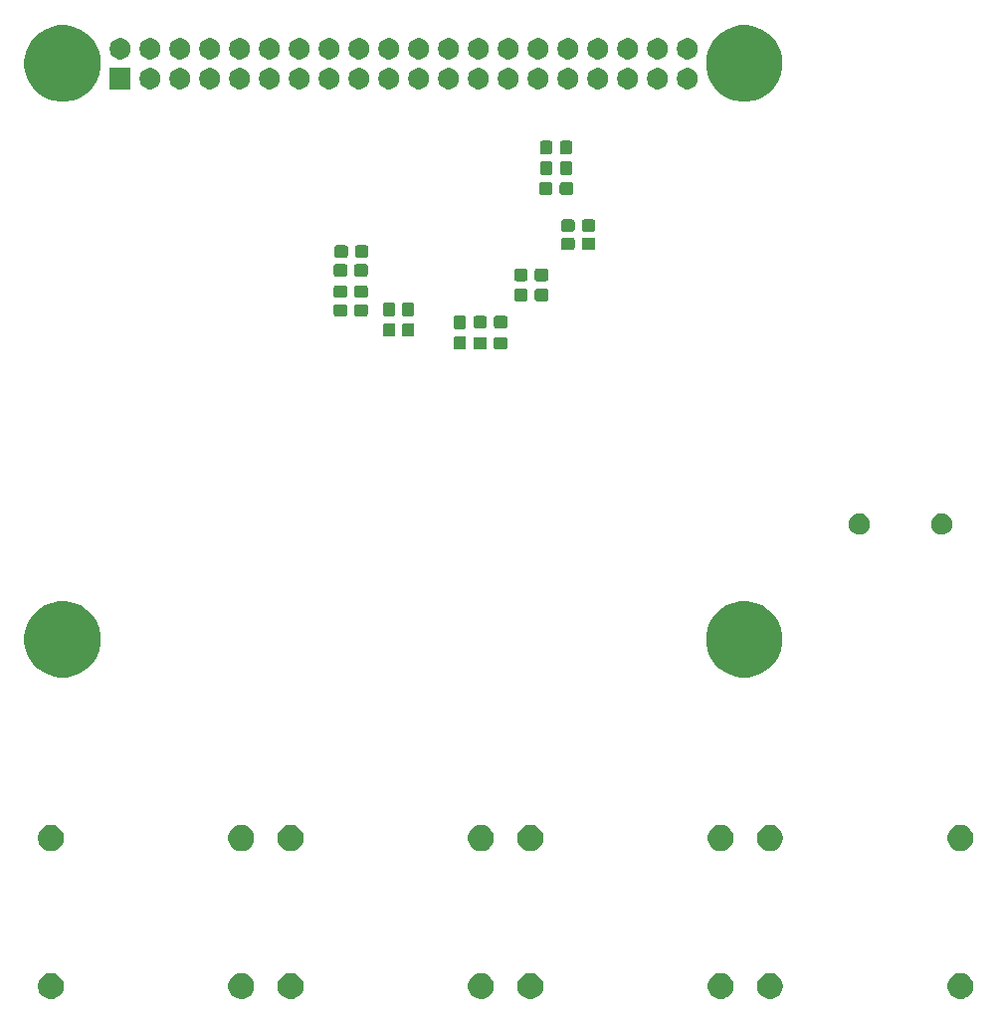
<source format=gbr>
G04 #@! TF.GenerationSoftware,KiCad,Pcbnew,(5.1.5)-3*
G04 #@! TF.CreationDate,2020-08-29T09:18:06-04:00*
G04 #@! TF.ProjectId,AudioBox,41756469-6f42-46f7-982e-6b696361645f,rev?*
G04 #@! TF.SameCoordinates,Original*
G04 #@! TF.FileFunction,Soldermask,Bot*
G04 #@! TF.FilePolarity,Negative*
%FSLAX46Y46*%
G04 Gerber Fmt 4.6, Leading zero omitted, Abs format (unit mm)*
G04 Created by KiCad (PCBNEW (5.1.5)-3) date 2020-08-29 09:18:06*
%MOMM*%
%LPD*%
G04 APERTURE LIST*
%ADD10C,0.100000*%
G04 APERTURE END LIST*
D10*
G36*
X119115592Y-100916134D02*
G01*
X119222344Y-100937368D01*
X119423459Y-101020673D01*
X119604458Y-101141613D01*
X119758385Y-101295540D01*
X119879325Y-101476539D01*
X119962630Y-101677654D01*
X120005098Y-101891157D01*
X120005098Y-102108843D01*
X119962630Y-102322346D01*
X119879325Y-102523461D01*
X119758385Y-102704460D01*
X119604458Y-102858387D01*
X119423459Y-102979327D01*
X119222344Y-103062632D01*
X119115592Y-103083866D01*
X119008842Y-103105100D01*
X118791154Y-103105100D01*
X118577652Y-103062632D01*
X118376537Y-102979327D01*
X118195538Y-102858387D01*
X118041611Y-102704460D01*
X117920671Y-102523461D01*
X117837366Y-102322346D01*
X117794898Y-102108843D01*
X117794898Y-101891157D01*
X117837366Y-101677654D01*
X117920671Y-101476539D01*
X118041611Y-101295540D01*
X118195538Y-101141613D01*
X118376537Y-101020673D01*
X118577652Y-100937368D01*
X118684404Y-100916134D01*
X118791154Y-100894900D01*
X119008842Y-100894900D01*
X119115592Y-100916134D01*
G37*
G36*
X102915594Y-100916134D02*
G01*
X103022346Y-100937368D01*
X103223461Y-101020673D01*
X103404460Y-101141613D01*
X103558387Y-101295540D01*
X103679327Y-101476539D01*
X103762632Y-101677654D01*
X103805100Y-101891157D01*
X103805100Y-102108843D01*
X103762632Y-102322346D01*
X103679327Y-102523461D01*
X103558387Y-102704460D01*
X103404460Y-102858387D01*
X103223461Y-102979327D01*
X103022346Y-103062632D01*
X102915594Y-103083866D01*
X102808844Y-103105100D01*
X102591156Y-103105100D01*
X102377654Y-103062632D01*
X102176539Y-102979327D01*
X101995540Y-102858387D01*
X101841613Y-102704460D01*
X101720673Y-102523461D01*
X101637368Y-102322346D01*
X101594900Y-102108843D01*
X101594900Y-101891157D01*
X101637368Y-101677654D01*
X101720673Y-101476539D01*
X101841613Y-101295540D01*
X101995540Y-101141613D01*
X102176539Y-101020673D01*
X102377654Y-100937368D01*
X102484406Y-100916134D01*
X102591156Y-100894900D01*
X102808844Y-100894900D01*
X102915594Y-100916134D01*
G37*
G36*
X98715592Y-100916134D02*
G01*
X98822344Y-100937368D01*
X99023459Y-101020673D01*
X99204458Y-101141613D01*
X99358385Y-101295540D01*
X99479325Y-101476539D01*
X99562630Y-101677654D01*
X99605098Y-101891157D01*
X99605098Y-102108843D01*
X99562630Y-102322346D01*
X99479325Y-102523461D01*
X99358385Y-102704460D01*
X99204458Y-102858387D01*
X99023459Y-102979327D01*
X98822344Y-103062632D01*
X98715592Y-103083866D01*
X98608842Y-103105100D01*
X98391154Y-103105100D01*
X98177652Y-103062632D01*
X97976537Y-102979327D01*
X97795538Y-102858387D01*
X97641611Y-102704460D01*
X97520671Y-102523461D01*
X97437366Y-102322346D01*
X97394898Y-102108843D01*
X97394898Y-101891157D01*
X97437366Y-101677654D01*
X97520671Y-101476539D01*
X97641611Y-101295540D01*
X97795538Y-101141613D01*
X97976537Y-101020673D01*
X98177652Y-100937368D01*
X98284404Y-100916134D01*
X98391154Y-100894900D01*
X98608842Y-100894900D01*
X98715592Y-100916134D01*
G37*
G36*
X82515594Y-100916134D02*
G01*
X82622346Y-100937368D01*
X82823461Y-101020673D01*
X83004460Y-101141613D01*
X83158387Y-101295540D01*
X83279327Y-101476539D01*
X83362632Y-101677654D01*
X83405100Y-101891157D01*
X83405100Y-102108843D01*
X83362632Y-102322346D01*
X83279327Y-102523461D01*
X83158387Y-102704460D01*
X83004460Y-102858387D01*
X82823461Y-102979327D01*
X82622346Y-103062632D01*
X82515594Y-103083866D01*
X82408844Y-103105100D01*
X82191156Y-103105100D01*
X81977654Y-103062632D01*
X81776539Y-102979327D01*
X81595540Y-102858387D01*
X81441613Y-102704460D01*
X81320673Y-102523461D01*
X81237368Y-102322346D01*
X81194900Y-102108843D01*
X81194900Y-101891157D01*
X81237368Y-101677654D01*
X81320673Y-101476539D01*
X81441613Y-101295540D01*
X81595540Y-101141613D01*
X81776539Y-101020673D01*
X81977654Y-100937368D01*
X82084406Y-100916134D01*
X82191156Y-100894900D01*
X82408844Y-100894900D01*
X82515594Y-100916134D01*
G37*
G36*
X57915592Y-100916134D02*
G01*
X58022344Y-100937368D01*
X58223459Y-101020673D01*
X58404458Y-101141613D01*
X58558385Y-101295540D01*
X58679325Y-101476539D01*
X58762630Y-101677654D01*
X58805098Y-101891157D01*
X58805098Y-102108843D01*
X58762630Y-102322346D01*
X58679325Y-102523461D01*
X58558385Y-102704460D01*
X58404458Y-102858387D01*
X58223459Y-102979327D01*
X58022344Y-103062632D01*
X57915592Y-103083866D01*
X57808842Y-103105100D01*
X57591154Y-103105100D01*
X57377652Y-103062632D01*
X57176537Y-102979327D01*
X56995538Y-102858387D01*
X56841611Y-102704460D01*
X56720671Y-102523461D01*
X56637366Y-102322346D01*
X56594898Y-102108843D01*
X56594898Y-101891157D01*
X56637366Y-101677654D01*
X56720671Y-101476539D01*
X56841611Y-101295540D01*
X56995538Y-101141613D01*
X57176537Y-101020673D01*
X57377652Y-100937368D01*
X57484404Y-100916134D01*
X57591154Y-100894900D01*
X57808842Y-100894900D01*
X57915592Y-100916134D01*
G37*
G36*
X78315592Y-100916134D02*
G01*
X78422344Y-100937368D01*
X78623459Y-101020673D01*
X78804458Y-101141613D01*
X78958385Y-101295540D01*
X79079325Y-101476539D01*
X79162630Y-101677654D01*
X79205098Y-101891157D01*
X79205098Y-102108843D01*
X79162630Y-102322346D01*
X79079325Y-102523461D01*
X78958385Y-102704460D01*
X78804458Y-102858387D01*
X78623459Y-102979327D01*
X78422344Y-103062632D01*
X78315592Y-103083866D01*
X78208842Y-103105100D01*
X77991154Y-103105100D01*
X77777652Y-103062632D01*
X77576537Y-102979327D01*
X77395538Y-102858387D01*
X77241611Y-102704460D01*
X77120671Y-102523461D01*
X77037366Y-102322346D01*
X76994898Y-102108843D01*
X76994898Y-101891157D01*
X77037366Y-101677654D01*
X77120671Y-101476539D01*
X77241611Y-101295540D01*
X77395538Y-101141613D01*
X77576537Y-101020673D01*
X77777652Y-100937368D01*
X77884404Y-100916134D01*
X77991154Y-100894900D01*
X78208842Y-100894900D01*
X78315592Y-100916134D01*
G37*
G36*
X41715594Y-100916134D02*
G01*
X41822346Y-100937368D01*
X42023461Y-101020673D01*
X42204460Y-101141613D01*
X42358387Y-101295540D01*
X42479327Y-101476539D01*
X42562632Y-101677654D01*
X42605100Y-101891157D01*
X42605100Y-102108843D01*
X42562632Y-102322346D01*
X42479327Y-102523461D01*
X42358387Y-102704460D01*
X42204460Y-102858387D01*
X42023461Y-102979327D01*
X41822346Y-103062632D01*
X41715594Y-103083866D01*
X41608844Y-103105100D01*
X41391156Y-103105100D01*
X41177654Y-103062632D01*
X40976539Y-102979327D01*
X40795540Y-102858387D01*
X40641613Y-102704460D01*
X40520673Y-102523461D01*
X40437368Y-102322346D01*
X40394900Y-102108843D01*
X40394900Y-101891157D01*
X40437368Y-101677654D01*
X40520673Y-101476539D01*
X40641613Y-101295540D01*
X40795540Y-101141613D01*
X40976539Y-101020673D01*
X41177654Y-100937368D01*
X41284406Y-100916134D01*
X41391156Y-100894900D01*
X41608844Y-100894900D01*
X41715594Y-100916134D01*
G37*
G36*
X62115594Y-100916134D02*
G01*
X62222346Y-100937368D01*
X62423461Y-101020673D01*
X62604460Y-101141613D01*
X62758387Y-101295540D01*
X62879327Y-101476539D01*
X62962632Y-101677654D01*
X63005100Y-101891157D01*
X63005100Y-102108843D01*
X62962632Y-102322346D01*
X62879327Y-102523461D01*
X62758387Y-102704460D01*
X62604460Y-102858387D01*
X62423461Y-102979327D01*
X62222346Y-103062632D01*
X62115594Y-103083866D01*
X62008844Y-103105100D01*
X61791156Y-103105100D01*
X61577654Y-103062632D01*
X61376539Y-102979327D01*
X61195540Y-102858387D01*
X61041613Y-102704460D01*
X60920673Y-102523461D01*
X60837368Y-102322346D01*
X60794900Y-102108843D01*
X60794900Y-101891157D01*
X60837368Y-101677654D01*
X60920673Y-101476539D01*
X61041613Y-101295540D01*
X61195540Y-101141613D01*
X61376539Y-101020673D01*
X61577654Y-100937368D01*
X61684406Y-100916134D01*
X61791156Y-100894900D01*
X62008844Y-100894900D01*
X62115594Y-100916134D01*
G37*
G36*
X82515594Y-88316134D02*
G01*
X82622346Y-88337368D01*
X82823461Y-88420673D01*
X83004460Y-88541613D01*
X83158387Y-88695540D01*
X83279327Y-88876539D01*
X83362632Y-89077654D01*
X83405100Y-89291157D01*
X83405100Y-89508843D01*
X83362632Y-89722346D01*
X83279327Y-89923461D01*
X83158387Y-90104460D01*
X83004460Y-90258387D01*
X82823461Y-90379327D01*
X82622346Y-90462632D01*
X82515594Y-90483866D01*
X82408844Y-90505100D01*
X82191156Y-90505100D01*
X81977654Y-90462632D01*
X81776539Y-90379327D01*
X81595540Y-90258387D01*
X81441613Y-90104460D01*
X81320673Y-89923461D01*
X81237368Y-89722346D01*
X81194900Y-89508843D01*
X81194900Y-89291157D01*
X81237368Y-89077654D01*
X81320673Y-88876539D01*
X81441613Y-88695540D01*
X81595540Y-88541613D01*
X81776539Y-88420673D01*
X81977654Y-88337368D01*
X82084406Y-88316134D01*
X82191156Y-88294900D01*
X82408844Y-88294900D01*
X82515594Y-88316134D01*
G37*
G36*
X102915594Y-88316134D02*
G01*
X103022346Y-88337368D01*
X103223461Y-88420673D01*
X103404460Y-88541613D01*
X103558387Y-88695540D01*
X103679327Y-88876539D01*
X103762632Y-89077654D01*
X103805100Y-89291157D01*
X103805100Y-89508843D01*
X103762632Y-89722346D01*
X103679327Y-89923461D01*
X103558387Y-90104460D01*
X103404460Y-90258387D01*
X103223461Y-90379327D01*
X103022346Y-90462632D01*
X102915594Y-90483866D01*
X102808844Y-90505100D01*
X102591156Y-90505100D01*
X102377654Y-90462632D01*
X102176539Y-90379327D01*
X101995540Y-90258387D01*
X101841613Y-90104460D01*
X101720673Y-89923461D01*
X101637368Y-89722346D01*
X101594900Y-89508843D01*
X101594900Y-89291157D01*
X101637368Y-89077654D01*
X101720673Y-88876539D01*
X101841613Y-88695540D01*
X101995540Y-88541613D01*
X102176539Y-88420673D01*
X102377654Y-88337368D01*
X102484406Y-88316134D01*
X102591156Y-88294900D01*
X102808844Y-88294900D01*
X102915594Y-88316134D01*
G37*
G36*
X119115592Y-88316134D02*
G01*
X119222344Y-88337368D01*
X119423459Y-88420673D01*
X119604458Y-88541613D01*
X119758385Y-88695540D01*
X119879325Y-88876539D01*
X119962630Y-89077654D01*
X120005098Y-89291157D01*
X120005098Y-89508843D01*
X119962630Y-89722346D01*
X119879325Y-89923461D01*
X119758385Y-90104460D01*
X119604458Y-90258387D01*
X119423459Y-90379327D01*
X119222344Y-90462632D01*
X119115592Y-90483866D01*
X119008842Y-90505100D01*
X118791154Y-90505100D01*
X118577652Y-90462632D01*
X118376537Y-90379327D01*
X118195538Y-90258387D01*
X118041611Y-90104460D01*
X117920671Y-89923461D01*
X117837366Y-89722346D01*
X117794898Y-89508843D01*
X117794898Y-89291157D01*
X117837366Y-89077654D01*
X117920671Y-88876539D01*
X118041611Y-88695540D01*
X118195538Y-88541613D01*
X118376537Y-88420673D01*
X118577652Y-88337368D01*
X118684404Y-88316134D01*
X118791154Y-88294900D01*
X119008842Y-88294900D01*
X119115592Y-88316134D01*
G37*
G36*
X62115594Y-88316134D02*
G01*
X62222346Y-88337368D01*
X62423461Y-88420673D01*
X62604460Y-88541613D01*
X62758387Y-88695540D01*
X62879327Y-88876539D01*
X62962632Y-89077654D01*
X63005100Y-89291157D01*
X63005100Y-89508843D01*
X62962632Y-89722346D01*
X62879327Y-89923461D01*
X62758387Y-90104460D01*
X62604460Y-90258387D01*
X62423461Y-90379327D01*
X62222346Y-90462632D01*
X62008844Y-90505100D01*
X61791156Y-90505100D01*
X61577654Y-90462632D01*
X61376539Y-90379327D01*
X61195540Y-90258387D01*
X61041613Y-90104460D01*
X60920673Y-89923461D01*
X60837368Y-89722346D01*
X60794900Y-89508843D01*
X60794900Y-89291157D01*
X60837368Y-89077654D01*
X60920673Y-88876539D01*
X61041613Y-88695540D01*
X61195540Y-88541613D01*
X61376539Y-88420673D01*
X61577654Y-88337368D01*
X61684406Y-88316134D01*
X61791156Y-88294900D01*
X62008844Y-88294900D01*
X62115594Y-88316134D01*
G37*
G36*
X78315592Y-88316134D02*
G01*
X78422344Y-88337368D01*
X78623459Y-88420673D01*
X78804458Y-88541613D01*
X78958385Y-88695540D01*
X79079325Y-88876539D01*
X79162630Y-89077654D01*
X79205098Y-89291157D01*
X79205098Y-89508843D01*
X79162630Y-89722346D01*
X79079325Y-89923461D01*
X78958385Y-90104460D01*
X78804458Y-90258387D01*
X78623459Y-90379327D01*
X78422344Y-90462632D01*
X78208842Y-90505100D01*
X77991154Y-90505100D01*
X77777652Y-90462632D01*
X77576537Y-90379327D01*
X77395538Y-90258387D01*
X77241611Y-90104460D01*
X77120671Y-89923461D01*
X77037366Y-89722346D01*
X76994898Y-89508843D01*
X76994898Y-89291157D01*
X77037366Y-89077654D01*
X77120671Y-88876539D01*
X77241611Y-88695540D01*
X77395538Y-88541613D01*
X77576537Y-88420673D01*
X77777652Y-88337368D01*
X77884404Y-88316134D01*
X77991154Y-88294900D01*
X78208842Y-88294900D01*
X78315592Y-88316134D01*
G37*
G36*
X41715594Y-88316134D02*
G01*
X41822346Y-88337368D01*
X42023461Y-88420673D01*
X42204460Y-88541613D01*
X42358387Y-88695540D01*
X42479327Y-88876539D01*
X42562632Y-89077654D01*
X42605100Y-89291157D01*
X42605100Y-89508843D01*
X42562632Y-89722346D01*
X42479327Y-89923461D01*
X42358387Y-90104460D01*
X42204460Y-90258387D01*
X42023461Y-90379327D01*
X41822346Y-90462632D01*
X41608844Y-90505100D01*
X41391156Y-90505100D01*
X41177654Y-90462632D01*
X40976539Y-90379327D01*
X40795540Y-90258387D01*
X40641613Y-90104460D01*
X40520673Y-89923461D01*
X40437368Y-89722346D01*
X40394900Y-89508843D01*
X40394900Y-89291157D01*
X40437368Y-89077654D01*
X40520673Y-88876539D01*
X40641613Y-88695540D01*
X40795540Y-88541613D01*
X40976539Y-88420673D01*
X41177654Y-88337368D01*
X41284406Y-88316134D01*
X41391156Y-88294900D01*
X41608844Y-88294900D01*
X41715594Y-88316134D01*
G37*
G36*
X57915592Y-88316134D02*
G01*
X58022344Y-88337368D01*
X58223459Y-88420673D01*
X58404458Y-88541613D01*
X58558385Y-88695540D01*
X58679325Y-88876539D01*
X58762630Y-89077654D01*
X58805098Y-89291157D01*
X58805098Y-89508843D01*
X58762630Y-89722346D01*
X58679325Y-89923461D01*
X58558385Y-90104460D01*
X58404458Y-90258387D01*
X58223459Y-90379327D01*
X58022344Y-90462632D01*
X57808842Y-90505100D01*
X57591154Y-90505100D01*
X57377652Y-90462632D01*
X57176537Y-90379327D01*
X56995538Y-90258387D01*
X56841611Y-90104460D01*
X56720671Y-89923461D01*
X56637366Y-89722346D01*
X56594898Y-89508843D01*
X56594898Y-89291157D01*
X56637366Y-89077654D01*
X56720671Y-88876539D01*
X56841611Y-88695540D01*
X56995538Y-88541613D01*
X57176537Y-88420673D01*
X57377652Y-88337368D01*
X57484404Y-88316134D01*
X57591154Y-88294900D01*
X57808842Y-88294900D01*
X57915592Y-88316134D01*
G37*
G36*
X98715592Y-88316134D02*
G01*
X98822344Y-88337368D01*
X99023459Y-88420673D01*
X99204458Y-88541613D01*
X99358385Y-88695540D01*
X99479325Y-88876539D01*
X99562630Y-89077654D01*
X99605098Y-89291157D01*
X99605098Y-89508843D01*
X99562630Y-89722346D01*
X99479325Y-89923461D01*
X99358385Y-90104460D01*
X99204458Y-90258387D01*
X99023459Y-90379327D01*
X98822344Y-90462632D01*
X98715592Y-90483866D01*
X98608842Y-90505100D01*
X98391154Y-90505100D01*
X98177652Y-90462632D01*
X97976537Y-90379327D01*
X97795538Y-90258387D01*
X97641611Y-90104460D01*
X97520671Y-89923461D01*
X97437366Y-89722346D01*
X97394898Y-89508843D01*
X97394898Y-89291157D01*
X97437366Y-89077654D01*
X97520671Y-88876539D01*
X97641611Y-88695540D01*
X97795538Y-88541613D01*
X97976537Y-88420673D01*
X98177652Y-88337368D01*
X98284404Y-88316134D01*
X98391154Y-88294900D01*
X98608842Y-88294900D01*
X98715592Y-88316134D01*
G37*
G36*
X43134239Y-69311467D02*
G01*
X43448282Y-69373934D01*
X44039926Y-69619001D01*
X44572392Y-69974784D01*
X45025216Y-70427608D01*
X45380999Y-70960074D01*
X45626066Y-71551718D01*
X45751000Y-72179804D01*
X45751000Y-72820196D01*
X45626066Y-73448282D01*
X45380999Y-74039926D01*
X45025216Y-74572392D01*
X44572392Y-75025216D01*
X44039926Y-75380999D01*
X43448282Y-75626066D01*
X43134239Y-75688533D01*
X42820197Y-75751000D01*
X42179803Y-75751000D01*
X41865761Y-75688533D01*
X41551718Y-75626066D01*
X40960074Y-75380999D01*
X40427608Y-75025216D01*
X39974784Y-74572392D01*
X39619001Y-74039926D01*
X39373934Y-73448282D01*
X39249000Y-72820196D01*
X39249000Y-72179804D01*
X39373934Y-71551718D01*
X39619001Y-70960074D01*
X39974784Y-70427608D01*
X40427608Y-69974784D01*
X40960074Y-69619001D01*
X41551718Y-69373934D01*
X41865761Y-69311467D01*
X42179803Y-69249000D01*
X42820197Y-69249000D01*
X43134239Y-69311467D01*
G37*
G36*
X101134239Y-69311467D02*
G01*
X101448282Y-69373934D01*
X102039926Y-69619001D01*
X102572392Y-69974784D01*
X103025216Y-70427608D01*
X103380999Y-70960074D01*
X103626066Y-71551718D01*
X103751000Y-72179804D01*
X103751000Y-72820196D01*
X103626066Y-73448282D01*
X103380999Y-74039926D01*
X103025216Y-74572392D01*
X102572392Y-75025216D01*
X102039926Y-75380999D01*
X101448282Y-75626066D01*
X101134239Y-75688533D01*
X100820197Y-75751000D01*
X100179803Y-75751000D01*
X99865761Y-75688533D01*
X99551718Y-75626066D01*
X98960074Y-75380999D01*
X98427608Y-75025216D01*
X97974784Y-74572392D01*
X97619001Y-74039926D01*
X97373934Y-73448282D01*
X97249000Y-72820196D01*
X97249000Y-72179804D01*
X97373934Y-71551718D01*
X97619001Y-70960074D01*
X97974784Y-70427608D01*
X98427608Y-69974784D01*
X98960074Y-69619001D01*
X99551718Y-69373934D01*
X99865761Y-69311467D01*
X100179803Y-69249000D01*
X100820197Y-69249000D01*
X101134239Y-69311467D01*
G37*
G36*
X110413512Y-61803927D02*
G01*
X110562812Y-61833624D01*
X110726784Y-61901544D01*
X110874354Y-62000147D01*
X110999853Y-62125646D01*
X111098456Y-62273216D01*
X111166376Y-62437188D01*
X111201000Y-62611259D01*
X111201000Y-62788741D01*
X111166376Y-62962812D01*
X111098456Y-63126784D01*
X110999853Y-63274354D01*
X110874354Y-63399853D01*
X110726784Y-63498456D01*
X110562812Y-63566376D01*
X110413512Y-63596073D01*
X110388742Y-63601000D01*
X110211258Y-63601000D01*
X110186488Y-63596073D01*
X110037188Y-63566376D01*
X109873216Y-63498456D01*
X109725646Y-63399853D01*
X109600147Y-63274354D01*
X109501544Y-63126784D01*
X109433624Y-62962812D01*
X109399000Y-62788741D01*
X109399000Y-62611259D01*
X109433624Y-62437188D01*
X109501544Y-62273216D01*
X109600147Y-62125646D01*
X109725646Y-62000147D01*
X109873216Y-61901544D01*
X110037188Y-61833624D01*
X110186488Y-61803927D01*
X110211258Y-61799000D01*
X110388742Y-61799000D01*
X110413512Y-61803927D01*
G37*
G36*
X117413512Y-61803927D02*
G01*
X117562812Y-61833624D01*
X117726784Y-61901544D01*
X117874354Y-62000147D01*
X117999853Y-62125646D01*
X118098456Y-62273216D01*
X118166376Y-62437188D01*
X118201000Y-62611259D01*
X118201000Y-62788741D01*
X118166376Y-62962812D01*
X118098456Y-63126784D01*
X117999853Y-63274354D01*
X117874354Y-63399853D01*
X117726784Y-63498456D01*
X117562812Y-63566376D01*
X117413512Y-63596073D01*
X117388742Y-63601000D01*
X117211258Y-63601000D01*
X117186488Y-63596073D01*
X117037188Y-63566376D01*
X116873216Y-63498456D01*
X116725646Y-63399853D01*
X116600147Y-63274354D01*
X116501544Y-63126784D01*
X116433624Y-62962812D01*
X116399000Y-62788741D01*
X116399000Y-62611259D01*
X116433624Y-62437188D01*
X116501544Y-62273216D01*
X116600147Y-62125646D01*
X116725646Y-62000147D01*
X116873216Y-61901544D01*
X117037188Y-61833624D01*
X117186488Y-61803927D01*
X117211258Y-61799000D01*
X117388742Y-61799000D01*
X117413512Y-61803927D01*
G37*
G36*
X76664499Y-46703445D02*
G01*
X76701995Y-46714820D01*
X76736554Y-46733292D01*
X76766847Y-46758153D01*
X76791708Y-46788446D01*
X76810180Y-46823005D01*
X76821555Y-46860501D01*
X76826000Y-46905638D01*
X76826000Y-47644362D01*
X76821555Y-47689499D01*
X76810180Y-47726995D01*
X76791708Y-47761554D01*
X76766847Y-47791847D01*
X76736554Y-47816708D01*
X76701995Y-47835180D01*
X76664499Y-47846555D01*
X76619362Y-47851000D01*
X75980638Y-47851000D01*
X75935501Y-47846555D01*
X75898005Y-47835180D01*
X75863446Y-47816708D01*
X75833153Y-47791847D01*
X75808292Y-47761554D01*
X75789820Y-47726995D01*
X75778445Y-47689499D01*
X75774000Y-47644362D01*
X75774000Y-46905638D01*
X75778445Y-46860501D01*
X75789820Y-46823005D01*
X75808292Y-46788446D01*
X75833153Y-46758153D01*
X75863446Y-46733292D01*
X75898005Y-46714820D01*
X75935501Y-46703445D01*
X75980638Y-46699000D01*
X76619362Y-46699000D01*
X76664499Y-46703445D01*
G37*
G36*
X78439499Y-46778445D02*
G01*
X78476995Y-46789820D01*
X78511554Y-46808292D01*
X78541847Y-46833153D01*
X78566708Y-46863446D01*
X78585180Y-46898005D01*
X78596555Y-46935501D01*
X78601000Y-46980638D01*
X78601000Y-47619362D01*
X78596555Y-47664499D01*
X78585180Y-47701995D01*
X78566708Y-47736554D01*
X78541847Y-47766847D01*
X78511554Y-47791708D01*
X78476995Y-47810180D01*
X78439499Y-47821555D01*
X78394362Y-47826000D01*
X77655638Y-47826000D01*
X77610501Y-47821555D01*
X77573005Y-47810180D01*
X77538446Y-47791708D01*
X77508153Y-47766847D01*
X77483292Y-47736554D01*
X77464820Y-47701995D01*
X77453445Y-47664499D01*
X77449000Y-47619362D01*
X77449000Y-46980638D01*
X77453445Y-46935501D01*
X77464820Y-46898005D01*
X77483292Y-46863446D01*
X77508153Y-46833153D01*
X77538446Y-46808292D01*
X77573005Y-46789820D01*
X77610501Y-46778445D01*
X77655638Y-46774000D01*
X78394362Y-46774000D01*
X78439499Y-46778445D01*
G37*
G36*
X80189499Y-46778445D02*
G01*
X80226995Y-46789820D01*
X80261554Y-46808292D01*
X80291847Y-46833153D01*
X80316708Y-46863446D01*
X80335180Y-46898005D01*
X80346555Y-46935501D01*
X80351000Y-46980638D01*
X80351000Y-47619362D01*
X80346555Y-47664499D01*
X80335180Y-47701995D01*
X80316708Y-47736554D01*
X80291847Y-47766847D01*
X80261554Y-47791708D01*
X80226995Y-47810180D01*
X80189499Y-47821555D01*
X80144362Y-47826000D01*
X79405638Y-47826000D01*
X79360501Y-47821555D01*
X79323005Y-47810180D01*
X79288446Y-47791708D01*
X79258153Y-47766847D01*
X79233292Y-47736554D01*
X79214820Y-47701995D01*
X79203445Y-47664499D01*
X79199000Y-47619362D01*
X79199000Y-46980638D01*
X79203445Y-46935501D01*
X79214820Y-46898005D01*
X79233292Y-46863446D01*
X79258153Y-46833153D01*
X79288446Y-46808292D01*
X79323005Y-46789820D01*
X79360501Y-46778445D01*
X79405638Y-46774000D01*
X80144362Y-46774000D01*
X80189499Y-46778445D01*
G37*
G36*
X72264499Y-45603445D02*
G01*
X72301995Y-45614820D01*
X72336554Y-45633292D01*
X72366847Y-45658153D01*
X72391708Y-45688446D01*
X72410180Y-45723005D01*
X72421555Y-45760501D01*
X72426000Y-45805638D01*
X72426000Y-46544362D01*
X72421555Y-46589499D01*
X72410180Y-46626995D01*
X72391708Y-46661554D01*
X72366847Y-46691847D01*
X72336554Y-46716708D01*
X72301995Y-46735180D01*
X72264499Y-46746555D01*
X72219362Y-46751000D01*
X71580638Y-46751000D01*
X71535501Y-46746555D01*
X71498005Y-46735180D01*
X71463446Y-46716708D01*
X71433153Y-46691847D01*
X71408292Y-46661554D01*
X71389820Y-46626995D01*
X71378445Y-46589499D01*
X71374000Y-46544362D01*
X71374000Y-45805638D01*
X71378445Y-45760501D01*
X71389820Y-45723005D01*
X71408292Y-45688446D01*
X71433153Y-45658153D01*
X71463446Y-45633292D01*
X71498005Y-45614820D01*
X71535501Y-45603445D01*
X71580638Y-45599000D01*
X72219362Y-45599000D01*
X72264499Y-45603445D01*
G37*
G36*
X70664499Y-45603445D02*
G01*
X70701995Y-45614820D01*
X70736554Y-45633292D01*
X70766847Y-45658153D01*
X70791708Y-45688446D01*
X70810180Y-45723005D01*
X70821555Y-45760501D01*
X70826000Y-45805638D01*
X70826000Y-46544362D01*
X70821555Y-46589499D01*
X70810180Y-46626995D01*
X70791708Y-46661554D01*
X70766847Y-46691847D01*
X70736554Y-46716708D01*
X70701995Y-46735180D01*
X70664499Y-46746555D01*
X70619362Y-46751000D01*
X69980638Y-46751000D01*
X69935501Y-46746555D01*
X69898005Y-46735180D01*
X69863446Y-46716708D01*
X69833153Y-46691847D01*
X69808292Y-46661554D01*
X69789820Y-46626995D01*
X69778445Y-46589499D01*
X69774000Y-46544362D01*
X69774000Y-45805638D01*
X69778445Y-45760501D01*
X69789820Y-45723005D01*
X69808292Y-45688446D01*
X69833153Y-45658153D01*
X69863446Y-45633292D01*
X69898005Y-45614820D01*
X69935501Y-45603445D01*
X69980638Y-45599000D01*
X70619362Y-45599000D01*
X70664499Y-45603445D01*
G37*
G36*
X76664499Y-44953445D02*
G01*
X76701995Y-44964820D01*
X76736554Y-44983292D01*
X76766847Y-45008153D01*
X76791708Y-45038446D01*
X76810180Y-45073005D01*
X76821555Y-45110501D01*
X76826000Y-45155638D01*
X76826000Y-45894362D01*
X76821555Y-45939499D01*
X76810180Y-45976995D01*
X76791708Y-46011554D01*
X76766847Y-46041847D01*
X76736554Y-46066708D01*
X76701995Y-46085180D01*
X76664499Y-46096555D01*
X76619362Y-46101000D01*
X75980638Y-46101000D01*
X75935501Y-46096555D01*
X75898005Y-46085180D01*
X75863446Y-46066708D01*
X75833153Y-46041847D01*
X75808292Y-46011554D01*
X75789820Y-45976995D01*
X75778445Y-45939499D01*
X75774000Y-45894362D01*
X75774000Y-45155638D01*
X75778445Y-45110501D01*
X75789820Y-45073005D01*
X75808292Y-45038446D01*
X75833153Y-45008153D01*
X75863446Y-44983292D01*
X75898005Y-44964820D01*
X75935501Y-44953445D01*
X75980638Y-44949000D01*
X76619362Y-44949000D01*
X76664499Y-44953445D01*
G37*
G36*
X80189499Y-44978445D02*
G01*
X80226995Y-44989820D01*
X80261554Y-45008292D01*
X80291847Y-45033153D01*
X80316708Y-45063446D01*
X80335180Y-45098005D01*
X80346555Y-45135501D01*
X80351000Y-45180638D01*
X80351000Y-45819362D01*
X80346555Y-45864499D01*
X80335180Y-45901995D01*
X80316708Y-45936554D01*
X80291847Y-45966847D01*
X80261554Y-45991708D01*
X80226995Y-46010180D01*
X80189499Y-46021555D01*
X80144362Y-46026000D01*
X79405638Y-46026000D01*
X79360501Y-46021555D01*
X79323005Y-46010180D01*
X79288446Y-45991708D01*
X79258153Y-45966847D01*
X79233292Y-45936554D01*
X79214820Y-45901995D01*
X79203445Y-45864499D01*
X79199000Y-45819362D01*
X79199000Y-45180638D01*
X79203445Y-45135501D01*
X79214820Y-45098005D01*
X79233292Y-45063446D01*
X79258153Y-45033153D01*
X79288446Y-45008292D01*
X79323005Y-44989820D01*
X79360501Y-44978445D01*
X79405638Y-44974000D01*
X80144362Y-44974000D01*
X80189499Y-44978445D01*
G37*
G36*
X78439499Y-44978445D02*
G01*
X78476995Y-44989820D01*
X78511554Y-45008292D01*
X78541847Y-45033153D01*
X78566708Y-45063446D01*
X78585180Y-45098005D01*
X78596555Y-45135501D01*
X78601000Y-45180638D01*
X78601000Y-45819362D01*
X78596555Y-45864499D01*
X78585180Y-45901995D01*
X78566708Y-45936554D01*
X78541847Y-45966847D01*
X78511554Y-45991708D01*
X78476995Y-46010180D01*
X78439499Y-46021555D01*
X78394362Y-46026000D01*
X77655638Y-46026000D01*
X77610501Y-46021555D01*
X77573005Y-46010180D01*
X77538446Y-45991708D01*
X77508153Y-45966847D01*
X77483292Y-45936554D01*
X77464820Y-45901995D01*
X77453445Y-45864499D01*
X77449000Y-45819362D01*
X77449000Y-45180638D01*
X77453445Y-45135501D01*
X77464820Y-45098005D01*
X77483292Y-45063446D01*
X77508153Y-45033153D01*
X77538446Y-45008292D01*
X77573005Y-44989820D01*
X77610501Y-44978445D01*
X77655638Y-44974000D01*
X78394362Y-44974000D01*
X78439499Y-44978445D01*
G37*
G36*
X68314499Y-43978445D02*
G01*
X68351995Y-43989820D01*
X68386554Y-44008292D01*
X68416847Y-44033153D01*
X68441708Y-44063446D01*
X68460180Y-44098005D01*
X68471555Y-44135501D01*
X68476000Y-44180638D01*
X68476000Y-44819362D01*
X68471555Y-44864499D01*
X68460180Y-44901995D01*
X68441708Y-44936554D01*
X68416847Y-44966847D01*
X68386554Y-44991708D01*
X68351995Y-45010180D01*
X68314499Y-45021555D01*
X68269362Y-45026000D01*
X67530638Y-45026000D01*
X67485501Y-45021555D01*
X67448005Y-45010180D01*
X67413446Y-44991708D01*
X67383153Y-44966847D01*
X67358292Y-44936554D01*
X67339820Y-44901995D01*
X67328445Y-44864499D01*
X67324000Y-44819362D01*
X67324000Y-44180638D01*
X67328445Y-44135501D01*
X67339820Y-44098005D01*
X67358292Y-44063446D01*
X67383153Y-44033153D01*
X67413446Y-44008292D01*
X67448005Y-43989820D01*
X67485501Y-43978445D01*
X67530638Y-43974000D01*
X68269362Y-43974000D01*
X68314499Y-43978445D01*
G37*
G36*
X66564499Y-43978445D02*
G01*
X66601995Y-43989820D01*
X66636554Y-44008292D01*
X66666847Y-44033153D01*
X66691708Y-44063446D01*
X66710180Y-44098005D01*
X66721555Y-44135501D01*
X66726000Y-44180638D01*
X66726000Y-44819362D01*
X66721555Y-44864499D01*
X66710180Y-44901995D01*
X66691708Y-44936554D01*
X66666847Y-44966847D01*
X66636554Y-44991708D01*
X66601995Y-45010180D01*
X66564499Y-45021555D01*
X66519362Y-45026000D01*
X65780638Y-45026000D01*
X65735501Y-45021555D01*
X65698005Y-45010180D01*
X65663446Y-44991708D01*
X65633153Y-44966847D01*
X65608292Y-44936554D01*
X65589820Y-44901995D01*
X65578445Y-44864499D01*
X65574000Y-44819362D01*
X65574000Y-44180638D01*
X65578445Y-44135501D01*
X65589820Y-44098005D01*
X65608292Y-44063446D01*
X65633153Y-44033153D01*
X65663446Y-44008292D01*
X65698005Y-43989820D01*
X65735501Y-43978445D01*
X65780638Y-43974000D01*
X66519362Y-43974000D01*
X66564499Y-43978445D01*
G37*
G36*
X72264499Y-43853445D02*
G01*
X72301995Y-43864820D01*
X72336554Y-43883292D01*
X72366847Y-43908153D01*
X72391708Y-43938446D01*
X72410180Y-43973005D01*
X72421555Y-44010501D01*
X72426000Y-44055638D01*
X72426000Y-44794362D01*
X72421555Y-44839499D01*
X72410180Y-44876995D01*
X72391708Y-44911554D01*
X72366847Y-44941847D01*
X72336554Y-44966708D01*
X72301995Y-44985180D01*
X72264499Y-44996555D01*
X72219362Y-45001000D01*
X71580638Y-45001000D01*
X71535501Y-44996555D01*
X71498005Y-44985180D01*
X71463446Y-44966708D01*
X71433153Y-44941847D01*
X71408292Y-44911554D01*
X71389820Y-44876995D01*
X71378445Y-44839499D01*
X71374000Y-44794362D01*
X71374000Y-44055638D01*
X71378445Y-44010501D01*
X71389820Y-43973005D01*
X71408292Y-43938446D01*
X71433153Y-43908153D01*
X71463446Y-43883292D01*
X71498005Y-43864820D01*
X71535501Y-43853445D01*
X71580638Y-43849000D01*
X72219362Y-43849000D01*
X72264499Y-43853445D01*
G37*
G36*
X70664499Y-43853445D02*
G01*
X70701995Y-43864820D01*
X70736554Y-43883292D01*
X70766847Y-43908153D01*
X70791708Y-43938446D01*
X70810180Y-43973005D01*
X70821555Y-44010501D01*
X70826000Y-44055638D01*
X70826000Y-44794362D01*
X70821555Y-44839499D01*
X70810180Y-44876995D01*
X70791708Y-44911554D01*
X70766847Y-44941847D01*
X70736554Y-44966708D01*
X70701995Y-44985180D01*
X70664499Y-44996555D01*
X70619362Y-45001000D01*
X69980638Y-45001000D01*
X69935501Y-44996555D01*
X69898005Y-44985180D01*
X69863446Y-44966708D01*
X69833153Y-44941847D01*
X69808292Y-44911554D01*
X69789820Y-44876995D01*
X69778445Y-44839499D01*
X69774000Y-44794362D01*
X69774000Y-44055638D01*
X69778445Y-44010501D01*
X69789820Y-43973005D01*
X69808292Y-43938446D01*
X69833153Y-43908153D01*
X69863446Y-43883292D01*
X69898005Y-43864820D01*
X69935501Y-43853445D01*
X69980638Y-43849000D01*
X70619362Y-43849000D01*
X70664499Y-43853445D01*
G37*
G36*
X83664499Y-42678445D02*
G01*
X83701995Y-42689820D01*
X83736554Y-42708292D01*
X83766847Y-42733153D01*
X83791708Y-42763446D01*
X83810180Y-42798005D01*
X83821555Y-42835501D01*
X83826000Y-42880638D01*
X83826000Y-43519362D01*
X83821555Y-43564499D01*
X83810180Y-43601995D01*
X83791708Y-43636554D01*
X83766847Y-43666847D01*
X83736554Y-43691708D01*
X83701995Y-43710180D01*
X83664499Y-43721555D01*
X83619362Y-43726000D01*
X82880638Y-43726000D01*
X82835501Y-43721555D01*
X82798005Y-43710180D01*
X82763446Y-43691708D01*
X82733153Y-43666847D01*
X82708292Y-43636554D01*
X82689820Y-43601995D01*
X82678445Y-43564499D01*
X82674000Y-43519362D01*
X82674000Y-42880638D01*
X82678445Y-42835501D01*
X82689820Y-42798005D01*
X82708292Y-42763446D01*
X82733153Y-42733153D01*
X82763446Y-42708292D01*
X82798005Y-42689820D01*
X82835501Y-42678445D01*
X82880638Y-42674000D01*
X83619362Y-42674000D01*
X83664499Y-42678445D01*
G37*
G36*
X81914499Y-42678445D02*
G01*
X81951995Y-42689820D01*
X81986554Y-42708292D01*
X82016847Y-42733153D01*
X82041708Y-42763446D01*
X82060180Y-42798005D01*
X82071555Y-42835501D01*
X82076000Y-42880638D01*
X82076000Y-43519362D01*
X82071555Y-43564499D01*
X82060180Y-43601995D01*
X82041708Y-43636554D01*
X82016847Y-43666847D01*
X81986554Y-43691708D01*
X81951995Y-43710180D01*
X81914499Y-43721555D01*
X81869362Y-43726000D01*
X81130638Y-43726000D01*
X81085501Y-43721555D01*
X81048005Y-43710180D01*
X81013446Y-43691708D01*
X80983153Y-43666847D01*
X80958292Y-43636554D01*
X80939820Y-43601995D01*
X80928445Y-43564499D01*
X80924000Y-43519362D01*
X80924000Y-42880638D01*
X80928445Y-42835501D01*
X80939820Y-42798005D01*
X80958292Y-42763446D01*
X80983153Y-42733153D01*
X81013446Y-42708292D01*
X81048005Y-42689820D01*
X81085501Y-42678445D01*
X81130638Y-42674000D01*
X81869362Y-42674000D01*
X81914499Y-42678445D01*
G37*
G36*
X68314499Y-42378445D02*
G01*
X68351995Y-42389820D01*
X68386554Y-42408292D01*
X68416847Y-42433153D01*
X68441708Y-42463446D01*
X68460180Y-42498005D01*
X68471555Y-42535501D01*
X68476000Y-42580638D01*
X68476000Y-43219362D01*
X68471555Y-43264499D01*
X68460180Y-43301995D01*
X68441708Y-43336554D01*
X68416847Y-43366847D01*
X68386554Y-43391708D01*
X68351995Y-43410180D01*
X68314499Y-43421555D01*
X68269362Y-43426000D01*
X67530638Y-43426000D01*
X67485501Y-43421555D01*
X67448005Y-43410180D01*
X67413446Y-43391708D01*
X67383153Y-43366847D01*
X67358292Y-43336554D01*
X67339820Y-43301995D01*
X67328445Y-43264499D01*
X67324000Y-43219362D01*
X67324000Y-42580638D01*
X67328445Y-42535501D01*
X67339820Y-42498005D01*
X67358292Y-42463446D01*
X67383153Y-42433153D01*
X67413446Y-42408292D01*
X67448005Y-42389820D01*
X67485501Y-42378445D01*
X67530638Y-42374000D01*
X68269362Y-42374000D01*
X68314499Y-42378445D01*
G37*
G36*
X66564499Y-42378445D02*
G01*
X66601995Y-42389820D01*
X66636554Y-42408292D01*
X66666847Y-42433153D01*
X66691708Y-42463446D01*
X66710180Y-42498005D01*
X66721555Y-42535501D01*
X66726000Y-42580638D01*
X66726000Y-43219362D01*
X66721555Y-43264499D01*
X66710180Y-43301995D01*
X66691708Y-43336554D01*
X66666847Y-43366847D01*
X66636554Y-43391708D01*
X66601995Y-43410180D01*
X66564499Y-43421555D01*
X66519362Y-43426000D01*
X65780638Y-43426000D01*
X65735501Y-43421555D01*
X65698005Y-43410180D01*
X65663446Y-43391708D01*
X65633153Y-43366847D01*
X65608292Y-43336554D01*
X65589820Y-43301995D01*
X65578445Y-43264499D01*
X65574000Y-43219362D01*
X65574000Y-42580638D01*
X65578445Y-42535501D01*
X65589820Y-42498005D01*
X65608292Y-42463446D01*
X65633153Y-42433153D01*
X65663446Y-42408292D01*
X65698005Y-42389820D01*
X65735501Y-42378445D01*
X65780638Y-42374000D01*
X66519362Y-42374000D01*
X66564499Y-42378445D01*
G37*
G36*
X83664499Y-40978445D02*
G01*
X83701995Y-40989820D01*
X83736554Y-41008292D01*
X83766847Y-41033153D01*
X83791708Y-41063446D01*
X83810180Y-41098005D01*
X83821555Y-41135501D01*
X83826000Y-41180638D01*
X83826000Y-41819362D01*
X83821555Y-41864499D01*
X83810180Y-41901995D01*
X83791708Y-41936554D01*
X83766847Y-41966847D01*
X83736554Y-41991708D01*
X83701995Y-42010180D01*
X83664499Y-42021555D01*
X83619362Y-42026000D01*
X82880638Y-42026000D01*
X82835501Y-42021555D01*
X82798005Y-42010180D01*
X82763446Y-41991708D01*
X82733153Y-41966847D01*
X82708292Y-41936554D01*
X82689820Y-41901995D01*
X82678445Y-41864499D01*
X82674000Y-41819362D01*
X82674000Y-41180638D01*
X82678445Y-41135501D01*
X82689820Y-41098005D01*
X82708292Y-41063446D01*
X82733153Y-41033153D01*
X82763446Y-41008292D01*
X82798005Y-40989820D01*
X82835501Y-40978445D01*
X82880638Y-40974000D01*
X83619362Y-40974000D01*
X83664499Y-40978445D01*
G37*
G36*
X81914499Y-40978445D02*
G01*
X81951995Y-40989820D01*
X81986554Y-41008292D01*
X82016847Y-41033153D01*
X82041708Y-41063446D01*
X82060180Y-41098005D01*
X82071555Y-41135501D01*
X82076000Y-41180638D01*
X82076000Y-41819362D01*
X82071555Y-41864499D01*
X82060180Y-41901995D01*
X82041708Y-41936554D01*
X82016847Y-41966847D01*
X81986554Y-41991708D01*
X81951995Y-42010180D01*
X81914499Y-42021555D01*
X81869362Y-42026000D01*
X81130638Y-42026000D01*
X81085501Y-42021555D01*
X81048005Y-42010180D01*
X81013446Y-41991708D01*
X80983153Y-41966847D01*
X80958292Y-41936554D01*
X80939820Y-41901995D01*
X80928445Y-41864499D01*
X80924000Y-41819362D01*
X80924000Y-41180638D01*
X80928445Y-41135501D01*
X80939820Y-41098005D01*
X80958292Y-41063446D01*
X80983153Y-41033153D01*
X81013446Y-41008292D01*
X81048005Y-40989820D01*
X81085501Y-40978445D01*
X81130638Y-40974000D01*
X81869362Y-40974000D01*
X81914499Y-40978445D01*
G37*
G36*
X66564499Y-40578445D02*
G01*
X66601995Y-40589820D01*
X66636554Y-40608292D01*
X66666847Y-40633153D01*
X66691708Y-40663446D01*
X66710180Y-40698005D01*
X66721555Y-40735501D01*
X66726000Y-40780638D01*
X66726000Y-41419362D01*
X66721555Y-41464499D01*
X66710180Y-41501995D01*
X66691708Y-41536554D01*
X66666847Y-41566847D01*
X66636554Y-41591708D01*
X66601995Y-41610180D01*
X66564499Y-41621555D01*
X66519362Y-41626000D01*
X65780638Y-41626000D01*
X65735501Y-41621555D01*
X65698005Y-41610180D01*
X65663446Y-41591708D01*
X65633153Y-41566847D01*
X65608292Y-41536554D01*
X65589820Y-41501995D01*
X65578445Y-41464499D01*
X65574000Y-41419362D01*
X65574000Y-40780638D01*
X65578445Y-40735501D01*
X65589820Y-40698005D01*
X65608292Y-40663446D01*
X65633153Y-40633153D01*
X65663446Y-40608292D01*
X65698005Y-40589820D01*
X65735501Y-40578445D01*
X65780638Y-40574000D01*
X66519362Y-40574000D01*
X66564499Y-40578445D01*
G37*
G36*
X68314499Y-40578445D02*
G01*
X68351995Y-40589820D01*
X68386554Y-40608292D01*
X68416847Y-40633153D01*
X68441708Y-40663446D01*
X68460180Y-40698005D01*
X68471555Y-40735501D01*
X68476000Y-40780638D01*
X68476000Y-41419362D01*
X68471555Y-41464499D01*
X68460180Y-41501995D01*
X68441708Y-41536554D01*
X68416847Y-41566847D01*
X68386554Y-41591708D01*
X68351995Y-41610180D01*
X68314499Y-41621555D01*
X68269362Y-41626000D01*
X67530638Y-41626000D01*
X67485501Y-41621555D01*
X67448005Y-41610180D01*
X67413446Y-41591708D01*
X67383153Y-41566847D01*
X67358292Y-41536554D01*
X67339820Y-41501995D01*
X67328445Y-41464499D01*
X67324000Y-41419362D01*
X67324000Y-40780638D01*
X67328445Y-40735501D01*
X67339820Y-40698005D01*
X67358292Y-40663446D01*
X67383153Y-40633153D01*
X67413446Y-40608292D01*
X67448005Y-40589820D01*
X67485501Y-40578445D01*
X67530638Y-40574000D01*
X68269362Y-40574000D01*
X68314499Y-40578445D01*
G37*
G36*
X68364499Y-38978445D02*
G01*
X68401995Y-38989820D01*
X68436554Y-39008292D01*
X68466847Y-39033153D01*
X68491708Y-39063446D01*
X68510180Y-39098005D01*
X68521555Y-39135501D01*
X68526000Y-39180638D01*
X68526000Y-39819362D01*
X68521555Y-39864499D01*
X68510180Y-39901995D01*
X68491708Y-39936554D01*
X68466847Y-39966847D01*
X68436554Y-39991708D01*
X68401995Y-40010180D01*
X68364499Y-40021555D01*
X68319362Y-40026000D01*
X67580638Y-40026000D01*
X67535501Y-40021555D01*
X67498005Y-40010180D01*
X67463446Y-39991708D01*
X67433153Y-39966847D01*
X67408292Y-39936554D01*
X67389820Y-39901995D01*
X67378445Y-39864499D01*
X67374000Y-39819362D01*
X67374000Y-39180638D01*
X67378445Y-39135501D01*
X67389820Y-39098005D01*
X67408292Y-39063446D01*
X67433153Y-39033153D01*
X67463446Y-39008292D01*
X67498005Y-38989820D01*
X67535501Y-38978445D01*
X67580638Y-38974000D01*
X68319362Y-38974000D01*
X68364499Y-38978445D01*
G37*
G36*
X66614499Y-38978445D02*
G01*
X66651995Y-38989820D01*
X66686554Y-39008292D01*
X66716847Y-39033153D01*
X66741708Y-39063446D01*
X66760180Y-39098005D01*
X66771555Y-39135501D01*
X66776000Y-39180638D01*
X66776000Y-39819362D01*
X66771555Y-39864499D01*
X66760180Y-39901995D01*
X66741708Y-39936554D01*
X66716847Y-39966847D01*
X66686554Y-39991708D01*
X66651995Y-40010180D01*
X66614499Y-40021555D01*
X66569362Y-40026000D01*
X65830638Y-40026000D01*
X65785501Y-40021555D01*
X65748005Y-40010180D01*
X65713446Y-39991708D01*
X65683153Y-39966847D01*
X65658292Y-39936554D01*
X65639820Y-39901995D01*
X65628445Y-39864499D01*
X65624000Y-39819362D01*
X65624000Y-39180638D01*
X65628445Y-39135501D01*
X65639820Y-39098005D01*
X65658292Y-39063446D01*
X65683153Y-39033153D01*
X65713446Y-39008292D01*
X65748005Y-38989820D01*
X65785501Y-38978445D01*
X65830638Y-38974000D01*
X66569362Y-38974000D01*
X66614499Y-38978445D01*
G37*
G36*
X85914499Y-38328445D02*
G01*
X85951995Y-38339820D01*
X85986554Y-38358292D01*
X86016847Y-38383153D01*
X86041708Y-38413446D01*
X86060180Y-38448005D01*
X86071555Y-38485501D01*
X86076000Y-38530638D01*
X86076000Y-39169362D01*
X86071555Y-39214499D01*
X86060180Y-39251995D01*
X86041708Y-39286554D01*
X86016847Y-39316847D01*
X85986554Y-39341708D01*
X85951995Y-39360180D01*
X85914499Y-39371555D01*
X85869362Y-39376000D01*
X85130638Y-39376000D01*
X85085501Y-39371555D01*
X85048005Y-39360180D01*
X85013446Y-39341708D01*
X84983153Y-39316847D01*
X84958292Y-39286554D01*
X84939820Y-39251995D01*
X84928445Y-39214499D01*
X84924000Y-39169362D01*
X84924000Y-38530638D01*
X84928445Y-38485501D01*
X84939820Y-38448005D01*
X84958292Y-38413446D01*
X84983153Y-38383153D01*
X85013446Y-38358292D01*
X85048005Y-38339820D01*
X85085501Y-38328445D01*
X85130638Y-38324000D01*
X85869362Y-38324000D01*
X85914499Y-38328445D01*
G37*
G36*
X87664499Y-38328445D02*
G01*
X87701995Y-38339820D01*
X87736554Y-38358292D01*
X87766847Y-38383153D01*
X87791708Y-38413446D01*
X87810180Y-38448005D01*
X87821555Y-38485501D01*
X87826000Y-38530638D01*
X87826000Y-39169362D01*
X87821555Y-39214499D01*
X87810180Y-39251995D01*
X87791708Y-39286554D01*
X87766847Y-39316847D01*
X87736554Y-39341708D01*
X87701995Y-39360180D01*
X87664499Y-39371555D01*
X87619362Y-39376000D01*
X86880638Y-39376000D01*
X86835501Y-39371555D01*
X86798005Y-39360180D01*
X86763446Y-39341708D01*
X86733153Y-39316847D01*
X86708292Y-39286554D01*
X86689820Y-39251995D01*
X86678445Y-39214499D01*
X86674000Y-39169362D01*
X86674000Y-38530638D01*
X86678445Y-38485501D01*
X86689820Y-38448005D01*
X86708292Y-38413446D01*
X86733153Y-38383153D01*
X86763446Y-38358292D01*
X86798005Y-38339820D01*
X86835501Y-38328445D01*
X86880638Y-38324000D01*
X87619362Y-38324000D01*
X87664499Y-38328445D01*
G37*
G36*
X87664499Y-36778445D02*
G01*
X87701995Y-36789820D01*
X87736554Y-36808292D01*
X87766847Y-36833153D01*
X87791708Y-36863446D01*
X87810180Y-36898005D01*
X87821555Y-36935501D01*
X87826000Y-36980638D01*
X87826000Y-37619362D01*
X87821555Y-37664499D01*
X87810180Y-37701995D01*
X87791708Y-37736554D01*
X87766847Y-37766847D01*
X87736554Y-37791708D01*
X87701995Y-37810180D01*
X87664499Y-37821555D01*
X87619362Y-37826000D01*
X86880638Y-37826000D01*
X86835501Y-37821555D01*
X86798005Y-37810180D01*
X86763446Y-37791708D01*
X86733153Y-37766847D01*
X86708292Y-37736554D01*
X86689820Y-37701995D01*
X86678445Y-37664499D01*
X86674000Y-37619362D01*
X86674000Y-36980638D01*
X86678445Y-36935501D01*
X86689820Y-36898005D01*
X86708292Y-36863446D01*
X86733153Y-36833153D01*
X86763446Y-36808292D01*
X86798005Y-36789820D01*
X86835501Y-36778445D01*
X86880638Y-36774000D01*
X87619362Y-36774000D01*
X87664499Y-36778445D01*
G37*
G36*
X85914499Y-36778445D02*
G01*
X85951995Y-36789820D01*
X85986554Y-36808292D01*
X86016847Y-36833153D01*
X86041708Y-36863446D01*
X86060180Y-36898005D01*
X86071555Y-36935501D01*
X86076000Y-36980638D01*
X86076000Y-37619362D01*
X86071555Y-37664499D01*
X86060180Y-37701995D01*
X86041708Y-37736554D01*
X86016847Y-37766847D01*
X85986554Y-37791708D01*
X85951995Y-37810180D01*
X85914499Y-37821555D01*
X85869362Y-37826000D01*
X85130638Y-37826000D01*
X85085501Y-37821555D01*
X85048005Y-37810180D01*
X85013446Y-37791708D01*
X84983153Y-37766847D01*
X84958292Y-37736554D01*
X84939820Y-37701995D01*
X84928445Y-37664499D01*
X84924000Y-37619362D01*
X84924000Y-36980638D01*
X84928445Y-36935501D01*
X84939820Y-36898005D01*
X84958292Y-36863446D01*
X84983153Y-36833153D01*
X85013446Y-36808292D01*
X85048005Y-36789820D01*
X85085501Y-36778445D01*
X85130638Y-36774000D01*
X85869362Y-36774000D01*
X85914499Y-36778445D01*
G37*
G36*
X85789499Y-33628445D02*
G01*
X85826995Y-33639820D01*
X85861554Y-33658292D01*
X85891847Y-33683153D01*
X85916708Y-33713446D01*
X85935180Y-33748005D01*
X85946555Y-33785501D01*
X85951000Y-33830638D01*
X85951000Y-34469362D01*
X85946555Y-34514499D01*
X85935180Y-34551995D01*
X85916708Y-34586554D01*
X85891847Y-34616847D01*
X85861554Y-34641708D01*
X85826995Y-34660180D01*
X85789499Y-34671555D01*
X85744362Y-34676000D01*
X85005638Y-34676000D01*
X84960501Y-34671555D01*
X84923005Y-34660180D01*
X84888446Y-34641708D01*
X84858153Y-34616847D01*
X84833292Y-34586554D01*
X84814820Y-34551995D01*
X84803445Y-34514499D01*
X84799000Y-34469362D01*
X84799000Y-33830638D01*
X84803445Y-33785501D01*
X84814820Y-33748005D01*
X84833292Y-33713446D01*
X84858153Y-33683153D01*
X84888446Y-33658292D01*
X84923005Y-33639820D01*
X84960501Y-33628445D01*
X85005638Y-33624000D01*
X85744362Y-33624000D01*
X85789499Y-33628445D01*
G37*
G36*
X84039499Y-33628445D02*
G01*
X84076995Y-33639820D01*
X84111554Y-33658292D01*
X84141847Y-33683153D01*
X84166708Y-33713446D01*
X84185180Y-33748005D01*
X84196555Y-33785501D01*
X84201000Y-33830638D01*
X84201000Y-34469362D01*
X84196555Y-34514499D01*
X84185180Y-34551995D01*
X84166708Y-34586554D01*
X84141847Y-34616847D01*
X84111554Y-34641708D01*
X84076995Y-34660180D01*
X84039499Y-34671555D01*
X83994362Y-34676000D01*
X83255638Y-34676000D01*
X83210501Y-34671555D01*
X83173005Y-34660180D01*
X83138446Y-34641708D01*
X83108153Y-34616847D01*
X83083292Y-34586554D01*
X83064820Y-34551995D01*
X83053445Y-34514499D01*
X83049000Y-34469362D01*
X83049000Y-33830638D01*
X83053445Y-33785501D01*
X83064820Y-33748005D01*
X83083292Y-33713446D01*
X83108153Y-33683153D01*
X83138446Y-33658292D01*
X83173005Y-33639820D01*
X83210501Y-33628445D01*
X83255638Y-33624000D01*
X83994362Y-33624000D01*
X84039499Y-33628445D01*
G37*
G36*
X85714499Y-31828445D02*
G01*
X85751995Y-31839820D01*
X85786554Y-31858292D01*
X85816847Y-31883153D01*
X85841708Y-31913446D01*
X85860180Y-31948005D01*
X85871555Y-31985501D01*
X85876000Y-32030638D01*
X85876000Y-32769362D01*
X85871555Y-32814499D01*
X85860180Y-32851995D01*
X85841708Y-32886554D01*
X85816847Y-32916847D01*
X85786554Y-32941708D01*
X85751995Y-32960180D01*
X85714499Y-32971555D01*
X85669362Y-32976000D01*
X85030638Y-32976000D01*
X84985501Y-32971555D01*
X84948005Y-32960180D01*
X84913446Y-32941708D01*
X84883153Y-32916847D01*
X84858292Y-32886554D01*
X84839820Y-32851995D01*
X84828445Y-32814499D01*
X84824000Y-32769362D01*
X84824000Y-32030638D01*
X84828445Y-31985501D01*
X84839820Y-31948005D01*
X84858292Y-31913446D01*
X84883153Y-31883153D01*
X84913446Y-31858292D01*
X84948005Y-31839820D01*
X84985501Y-31828445D01*
X85030638Y-31824000D01*
X85669362Y-31824000D01*
X85714499Y-31828445D01*
G37*
G36*
X84014499Y-31828445D02*
G01*
X84051995Y-31839820D01*
X84086554Y-31858292D01*
X84116847Y-31883153D01*
X84141708Y-31913446D01*
X84160180Y-31948005D01*
X84171555Y-31985501D01*
X84176000Y-32030638D01*
X84176000Y-32769362D01*
X84171555Y-32814499D01*
X84160180Y-32851995D01*
X84141708Y-32886554D01*
X84116847Y-32916847D01*
X84086554Y-32941708D01*
X84051995Y-32960180D01*
X84014499Y-32971555D01*
X83969362Y-32976000D01*
X83330638Y-32976000D01*
X83285501Y-32971555D01*
X83248005Y-32960180D01*
X83213446Y-32941708D01*
X83183153Y-32916847D01*
X83158292Y-32886554D01*
X83139820Y-32851995D01*
X83128445Y-32814499D01*
X83124000Y-32769362D01*
X83124000Y-32030638D01*
X83128445Y-31985501D01*
X83139820Y-31948005D01*
X83158292Y-31913446D01*
X83183153Y-31883153D01*
X83213446Y-31858292D01*
X83248005Y-31839820D01*
X83285501Y-31828445D01*
X83330638Y-31824000D01*
X83969362Y-31824000D01*
X84014499Y-31828445D01*
G37*
G36*
X85714499Y-30078445D02*
G01*
X85751995Y-30089820D01*
X85786554Y-30108292D01*
X85816847Y-30133153D01*
X85841708Y-30163446D01*
X85860180Y-30198005D01*
X85871555Y-30235501D01*
X85876000Y-30280638D01*
X85876000Y-31019362D01*
X85871555Y-31064499D01*
X85860180Y-31101995D01*
X85841708Y-31136554D01*
X85816847Y-31166847D01*
X85786554Y-31191708D01*
X85751995Y-31210180D01*
X85714499Y-31221555D01*
X85669362Y-31226000D01*
X85030638Y-31226000D01*
X84985501Y-31221555D01*
X84948005Y-31210180D01*
X84913446Y-31191708D01*
X84883153Y-31166847D01*
X84858292Y-31136554D01*
X84839820Y-31101995D01*
X84828445Y-31064499D01*
X84824000Y-31019362D01*
X84824000Y-30280638D01*
X84828445Y-30235501D01*
X84839820Y-30198005D01*
X84858292Y-30163446D01*
X84883153Y-30133153D01*
X84913446Y-30108292D01*
X84948005Y-30089820D01*
X84985501Y-30078445D01*
X85030638Y-30074000D01*
X85669362Y-30074000D01*
X85714499Y-30078445D01*
G37*
G36*
X84014499Y-30078445D02*
G01*
X84051995Y-30089820D01*
X84086554Y-30108292D01*
X84116847Y-30133153D01*
X84141708Y-30163446D01*
X84160180Y-30198005D01*
X84171555Y-30235501D01*
X84176000Y-30280638D01*
X84176000Y-31019362D01*
X84171555Y-31064499D01*
X84160180Y-31101995D01*
X84141708Y-31136554D01*
X84116847Y-31166847D01*
X84086554Y-31191708D01*
X84051995Y-31210180D01*
X84014499Y-31221555D01*
X83969362Y-31226000D01*
X83330638Y-31226000D01*
X83285501Y-31221555D01*
X83248005Y-31210180D01*
X83213446Y-31191708D01*
X83183153Y-31166847D01*
X83158292Y-31136554D01*
X83139820Y-31101995D01*
X83128445Y-31064499D01*
X83124000Y-31019362D01*
X83124000Y-30280638D01*
X83128445Y-30235501D01*
X83139820Y-30198005D01*
X83158292Y-30163446D01*
X83183153Y-30133153D01*
X83213446Y-30108292D01*
X83248005Y-30089820D01*
X83285501Y-30078445D01*
X83330638Y-30074000D01*
X83969362Y-30074000D01*
X84014499Y-30078445D01*
G37*
G36*
X43134239Y-20311467D02*
G01*
X43448282Y-20373934D01*
X44039926Y-20619001D01*
X44466477Y-20904014D01*
X44572391Y-20974783D01*
X45025217Y-21427609D01*
X45095986Y-21533523D01*
X45380999Y-21960074D01*
X45626066Y-22551718D01*
X45626066Y-22551719D01*
X45726863Y-23058456D01*
X45751000Y-23179804D01*
X45751000Y-23820196D01*
X45626066Y-24448282D01*
X45380999Y-25039926D01*
X45025216Y-25572392D01*
X44572392Y-26025216D01*
X44039926Y-26380999D01*
X43448282Y-26626066D01*
X43134239Y-26688533D01*
X42820197Y-26751000D01*
X42179803Y-26751000D01*
X41865761Y-26688533D01*
X41551718Y-26626066D01*
X40960074Y-26380999D01*
X40427608Y-26025216D01*
X39974784Y-25572392D01*
X39619001Y-25039926D01*
X39373934Y-24448282D01*
X39249000Y-23820196D01*
X39249000Y-23179804D01*
X39273138Y-23058456D01*
X39373934Y-22551719D01*
X39373934Y-22551718D01*
X39619001Y-21960074D01*
X39904014Y-21533523D01*
X39974783Y-21427609D01*
X40427609Y-20974783D01*
X40533523Y-20904014D01*
X40960074Y-20619001D01*
X41551718Y-20373934D01*
X41865761Y-20311467D01*
X42179803Y-20249000D01*
X42820197Y-20249000D01*
X43134239Y-20311467D01*
G37*
G36*
X101134239Y-20311467D02*
G01*
X101448282Y-20373934D01*
X102039926Y-20619001D01*
X102466477Y-20904014D01*
X102572391Y-20974783D01*
X103025217Y-21427609D01*
X103095986Y-21533523D01*
X103380999Y-21960074D01*
X103626066Y-22551718D01*
X103626066Y-22551719D01*
X103726863Y-23058456D01*
X103751000Y-23179804D01*
X103751000Y-23820196D01*
X103626066Y-24448282D01*
X103380999Y-25039926D01*
X103025216Y-25572392D01*
X102572392Y-26025216D01*
X102039926Y-26380999D01*
X101448282Y-26626066D01*
X101134239Y-26688533D01*
X100820197Y-26751000D01*
X100179803Y-26751000D01*
X99865761Y-26688533D01*
X99551718Y-26626066D01*
X98960074Y-26380999D01*
X98427608Y-26025216D01*
X97974784Y-25572392D01*
X97619001Y-25039926D01*
X97373934Y-24448282D01*
X97249000Y-23820196D01*
X97249000Y-23179804D01*
X97273138Y-23058456D01*
X97373934Y-22551719D01*
X97373934Y-22551718D01*
X97619001Y-21960074D01*
X97904014Y-21533523D01*
X97974783Y-21427609D01*
X98427609Y-20974783D01*
X98533523Y-20904014D01*
X98960074Y-20619001D01*
X99551718Y-20373934D01*
X99865761Y-20311467D01*
X100179803Y-20249000D01*
X100820197Y-20249000D01*
X101134239Y-20311467D01*
G37*
G36*
X93233512Y-23903927D02*
G01*
X93382812Y-23933624D01*
X93546784Y-24001544D01*
X93694354Y-24100147D01*
X93819853Y-24225646D01*
X93918456Y-24373216D01*
X93986376Y-24537188D01*
X94021000Y-24711259D01*
X94021000Y-24888741D01*
X93986376Y-25062812D01*
X93918456Y-25226784D01*
X93819853Y-25374354D01*
X93694354Y-25499853D01*
X93546784Y-25598456D01*
X93382812Y-25666376D01*
X93233512Y-25696073D01*
X93208742Y-25701000D01*
X93031258Y-25701000D01*
X93006488Y-25696073D01*
X92857188Y-25666376D01*
X92693216Y-25598456D01*
X92545646Y-25499853D01*
X92420147Y-25374354D01*
X92321544Y-25226784D01*
X92253624Y-25062812D01*
X92219000Y-24888741D01*
X92219000Y-24711259D01*
X92253624Y-24537188D01*
X92321544Y-24373216D01*
X92420147Y-24225646D01*
X92545646Y-24100147D01*
X92693216Y-24001544D01*
X92857188Y-23933624D01*
X93006488Y-23903927D01*
X93031258Y-23899000D01*
X93208742Y-23899000D01*
X93233512Y-23903927D01*
G37*
G36*
X62753512Y-23903927D02*
G01*
X62902812Y-23933624D01*
X63066784Y-24001544D01*
X63214354Y-24100147D01*
X63339853Y-24225646D01*
X63438456Y-24373216D01*
X63506376Y-24537188D01*
X63541000Y-24711259D01*
X63541000Y-24888741D01*
X63506376Y-25062812D01*
X63438456Y-25226784D01*
X63339853Y-25374354D01*
X63214354Y-25499853D01*
X63066784Y-25598456D01*
X62902812Y-25666376D01*
X62753512Y-25696073D01*
X62728742Y-25701000D01*
X62551258Y-25701000D01*
X62526488Y-25696073D01*
X62377188Y-25666376D01*
X62213216Y-25598456D01*
X62065646Y-25499853D01*
X61940147Y-25374354D01*
X61841544Y-25226784D01*
X61773624Y-25062812D01*
X61739000Y-24888741D01*
X61739000Y-24711259D01*
X61773624Y-24537188D01*
X61841544Y-24373216D01*
X61940147Y-24225646D01*
X62065646Y-24100147D01*
X62213216Y-24001544D01*
X62377188Y-23933624D01*
X62526488Y-23903927D01*
X62551258Y-23899000D01*
X62728742Y-23899000D01*
X62753512Y-23903927D01*
G37*
G36*
X95773512Y-23903927D02*
G01*
X95922812Y-23933624D01*
X96086784Y-24001544D01*
X96234354Y-24100147D01*
X96359853Y-24225646D01*
X96458456Y-24373216D01*
X96526376Y-24537188D01*
X96561000Y-24711259D01*
X96561000Y-24888741D01*
X96526376Y-25062812D01*
X96458456Y-25226784D01*
X96359853Y-25374354D01*
X96234354Y-25499853D01*
X96086784Y-25598456D01*
X95922812Y-25666376D01*
X95773512Y-25696073D01*
X95748742Y-25701000D01*
X95571258Y-25701000D01*
X95546488Y-25696073D01*
X95397188Y-25666376D01*
X95233216Y-25598456D01*
X95085646Y-25499853D01*
X94960147Y-25374354D01*
X94861544Y-25226784D01*
X94793624Y-25062812D01*
X94759000Y-24888741D01*
X94759000Y-24711259D01*
X94793624Y-24537188D01*
X94861544Y-24373216D01*
X94960147Y-24225646D01*
X95085646Y-24100147D01*
X95233216Y-24001544D01*
X95397188Y-23933624D01*
X95546488Y-23903927D01*
X95571258Y-23899000D01*
X95748742Y-23899000D01*
X95773512Y-23903927D01*
G37*
G36*
X75453512Y-23903927D02*
G01*
X75602812Y-23933624D01*
X75766784Y-24001544D01*
X75914354Y-24100147D01*
X76039853Y-24225646D01*
X76138456Y-24373216D01*
X76206376Y-24537188D01*
X76241000Y-24711259D01*
X76241000Y-24888741D01*
X76206376Y-25062812D01*
X76138456Y-25226784D01*
X76039853Y-25374354D01*
X75914354Y-25499853D01*
X75766784Y-25598456D01*
X75602812Y-25666376D01*
X75453512Y-25696073D01*
X75428742Y-25701000D01*
X75251258Y-25701000D01*
X75226488Y-25696073D01*
X75077188Y-25666376D01*
X74913216Y-25598456D01*
X74765646Y-25499853D01*
X74640147Y-25374354D01*
X74541544Y-25226784D01*
X74473624Y-25062812D01*
X74439000Y-24888741D01*
X74439000Y-24711259D01*
X74473624Y-24537188D01*
X74541544Y-24373216D01*
X74640147Y-24225646D01*
X74765646Y-24100147D01*
X74913216Y-24001544D01*
X75077188Y-23933624D01*
X75226488Y-23903927D01*
X75251258Y-23899000D01*
X75428742Y-23899000D01*
X75453512Y-23903927D01*
G37*
G36*
X70373512Y-23903927D02*
G01*
X70522812Y-23933624D01*
X70686784Y-24001544D01*
X70834354Y-24100147D01*
X70959853Y-24225646D01*
X71058456Y-24373216D01*
X71126376Y-24537188D01*
X71161000Y-24711259D01*
X71161000Y-24888741D01*
X71126376Y-25062812D01*
X71058456Y-25226784D01*
X70959853Y-25374354D01*
X70834354Y-25499853D01*
X70686784Y-25598456D01*
X70522812Y-25666376D01*
X70373512Y-25696073D01*
X70348742Y-25701000D01*
X70171258Y-25701000D01*
X70146488Y-25696073D01*
X69997188Y-25666376D01*
X69833216Y-25598456D01*
X69685646Y-25499853D01*
X69560147Y-25374354D01*
X69461544Y-25226784D01*
X69393624Y-25062812D01*
X69359000Y-24888741D01*
X69359000Y-24711259D01*
X69393624Y-24537188D01*
X69461544Y-24373216D01*
X69560147Y-24225646D01*
X69685646Y-24100147D01*
X69833216Y-24001544D01*
X69997188Y-23933624D01*
X70146488Y-23903927D01*
X70171258Y-23899000D01*
X70348742Y-23899000D01*
X70373512Y-23903927D01*
G37*
G36*
X67833512Y-23903927D02*
G01*
X67982812Y-23933624D01*
X68146784Y-24001544D01*
X68294354Y-24100147D01*
X68419853Y-24225646D01*
X68518456Y-24373216D01*
X68586376Y-24537188D01*
X68621000Y-24711259D01*
X68621000Y-24888741D01*
X68586376Y-25062812D01*
X68518456Y-25226784D01*
X68419853Y-25374354D01*
X68294354Y-25499853D01*
X68146784Y-25598456D01*
X67982812Y-25666376D01*
X67833512Y-25696073D01*
X67808742Y-25701000D01*
X67631258Y-25701000D01*
X67606488Y-25696073D01*
X67457188Y-25666376D01*
X67293216Y-25598456D01*
X67145646Y-25499853D01*
X67020147Y-25374354D01*
X66921544Y-25226784D01*
X66853624Y-25062812D01*
X66819000Y-24888741D01*
X66819000Y-24711259D01*
X66853624Y-24537188D01*
X66921544Y-24373216D01*
X67020147Y-24225646D01*
X67145646Y-24100147D01*
X67293216Y-24001544D01*
X67457188Y-23933624D01*
X67606488Y-23903927D01*
X67631258Y-23899000D01*
X67808742Y-23899000D01*
X67833512Y-23903927D01*
G37*
G36*
X65293512Y-23903927D02*
G01*
X65442812Y-23933624D01*
X65606784Y-24001544D01*
X65754354Y-24100147D01*
X65879853Y-24225646D01*
X65978456Y-24373216D01*
X66046376Y-24537188D01*
X66081000Y-24711259D01*
X66081000Y-24888741D01*
X66046376Y-25062812D01*
X65978456Y-25226784D01*
X65879853Y-25374354D01*
X65754354Y-25499853D01*
X65606784Y-25598456D01*
X65442812Y-25666376D01*
X65293512Y-25696073D01*
X65268742Y-25701000D01*
X65091258Y-25701000D01*
X65066488Y-25696073D01*
X64917188Y-25666376D01*
X64753216Y-25598456D01*
X64605646Y-25499853D01*
X64480147Y-25374354D01*
X64381544Y-25226784D01*
X64313624Y-25062812D01*
X64279000Y-24888741D01*
X64279000Y-24711259D01*
X64313624Y-24537188D01*
X64381544Y-24373216D01*
X64480147Y-24225646D01*
X64605646Y-24100147D01*
X64753216Y-24001544D01*
X64917188Y-23933624D01*
X65066488Y-23903927D01*
X65091258Y-23899000D01*
X65268742Y-23899000D01*
X65293512Y-23903927D01*
G37*
G36*
X60213512Y-23903927D02*
G01*
X60362812Y-23933624D01*
X60526784Y-24001544D01*
X60674354Y-24100147D01*
X60799853Y-24225646D01*
X60898456Y-24373216D01*
X60966376Y-24537188D01*
X61001000Y-24711259D01*
X61001000Y-24888741D01*
X60966376Y-25062812D01*
X60898456Y-25226784D01*
X60799853Y-25374354D01*
X60674354Y-25499853D01*
X60526784Y-25598456D01*
X60362812Y-25666376D01*
X60213512Y-25696073D01*
X60188742Y-25701000D01*
X60011258Y-25701000D01*
X59986488Y-25696073D01*
X59837188Y-25666376D01*
X59673216Y-25598456D01*
X59525646Y-25499853D01*
X59400147Y-25374354D01*
X59301544Y-25226784D01*
X59233624Y-25062812D01*
X59199000Y-24888741D01*
X59199000Y-24711259D01*
X59233624Y-24537188D01*
X59301544Y-24373216D01*
X59400147Y-24225646D01*
X59525646Y-24100147D01*
X59673216Y-24001544D01*
X59837188Y-23933624D01*
X59986488Y-23903927D01*
X60011258Y-23899000D01*
X60188742Y-23899000D01*
X60213512Y-23903927D01*
G37*
G36*
X57673512Y-23903927D02*
G01*
X57822812Y-23933624D01*
X57986784Y-24001544D01*
X58134354Y-24100147D01*
X58259853Y-24225646D01*
X58358456Y-24373216D01*
X58426376Y-24537188D01*
X58461000Y-24711259D01*
X58461000Y-24888741D01*
X58426376Y-25062812D01*
X58358456Y-25226784D01*
X58259853Y-25374354D01*
X58134354Y-25499853D01*
X57986784Y-25598456D01*
X57822812Y-25666376D01*
X57673512Y-25696073D01*
X57648742Y-25701000D01*
X57471258Y-25701000D01*
X57446488Y-25696073D01*
X57297188Y-25666376D01*
X57133216Y-25598456D01*
X56985646Y-25499853D01*
X56860147Y-25374354D01*
X56761544Y-25226784D01*
X56693624Y-25062812D01*
X56659000Y-24888741D01*
X56659000Y-24711259D01*
X56693624Y-24537188D01*
X56761544Y-24373216D01*
X56860147Y-24225646D01*
X56985646Y-24100147D01*
X57133216Y-24001544D01*
X57297188Y-23933624D01*
X57446488Y-23903927D01*
X57471258Y-23899000D01*
X57648742Y-23899000D01*
X57673512Y-23903927D01*
G37*
G36*
X55133512Y-23903927D02*
G01*
X55282812Y-23933624D01*
X55446784Y-24001544D01*
X55594354Y-24100147D01*
X55719853Y-24225646D01*
X55818456Y-24373216D01*
X55886376Y-24537188D01*
X55921000Y-24711259D01*
X55921000Y-24888741D01*
X55886376Y-25062812D01*
X55818456Y-25226784D01*
X55719853Y-25374354D01*
X55594354Y-25499853D01*
X55446784Y-25598456D01*
X55282812Y-25666376D01*
X55133512Y-25696073D01*
X55108742Y-25701000D01*
X54931258Y-25701000D01*
X54906488Y-25696073D01*
X54757188Y-25666376D01*
X54593216Y-25598456D01*
X54445646Y-25499853D01*
X54320147Y-25374354D01*
X54221544Y-25226784D01*
X54153624Y-25062812D01*
X54119000Y-24888741D01*
X54119000Y-24711259D01*
X54153624Y-24537188D01*
X54221544Y-24373216D01*
X54320147Y-24225646D01*
X54445646Y-24100147D01*
X54593216Y-24001544D01*
X54757188Y-23933624D01*
X54906488Y-23903927D01*
X54931258Y-23899000D01*
X55108742Y-23899000D01*
X55133512Y-23903927D01*
G37*
G36*
X88153512Y-23903927D02*
G01*
X88302812Y-23933624D01*
X88466784Y-24001544D01*
X88614354Y-24100147D01*
X88739853Y-24225646D01*
X88838456Y-24373216D01*
X88906376Y-24537188D01*
X88941000Y-24711259D01*
X88941000Y-24888741D01*
X88906376Y-25062812D01*
X88838456Y-25226784D01*
X88739853Y-25374354D01*
X88614354Y-25499853D01*
X88466784Y-25598456D01*
X88302812Y-25666376D01*
X88153512Y-25696073D01*
X88128742Y-25701000D01*
X87951258Y-25701000D01*
X87926488Y-25696073D01*
X87777188Y-25666376D01*
X87613216Y-25598456D01*
X87465646Y-25499853D01*
X87340147Y-25374354D01*
X87241544Y-25226784D01*
X87173624Y-25062812D01*
X87139000Y-24888741D01*
X87139000Y-24711259D01*
X87173624Y-24537188D01*
X87241544Y-24373216D01*
X87340147Y-24225646D01*
X87465646Y-24100147D01*
X87613216Y-24001544D01*
X87777188Y-23933624D01*
X87926488Y-23903927D01*
X87951258Y-23899000D01*
X88128742Y-23899000D01*
X88153512Y-23903927D01*
G37*
G36*
X90693512Y-23903927D02*
G01*
X90842812Y-23933624D01*
X91006784Y-24001544D01*
X91154354Y-24100147D01*
X91279853Y-24225646D01*
X91378456Y-24373216D01*
X91446376Y-24537188D01*
X91481000Y-24711259D01*
X91481000Y-24888741D01*
X91446376Y-25062812D01*
X91378456Y-25226784D01*
X91279853Y-25374354D01*
X91154354Y-25499853D01*
X91006784Y-25598456D01*
X90842812Y-25666376D01*
X90693512Y-25696073D01*
X90668742Y-25701000D01*
X90491258Y-25701000D01*
X90466488Y-25696073D01*
X90317188Y-25666376D01*
X90153216Y-25598456D01*
X90005646Y-25499853D01*
X89880147Y-25374354D01*
X89781544Y-25226784D01*
X89713624Y-25062812D01*
X89679000Y-24888741D01*
X89679000Y-24711259D01*
X89713624Y-24537188D01*
X89781544Y-24373216D01*
X89880147Y-24225646D01*
X90005646Y-24100147D01*
X90153216Y-24001544D01*
X90317188Y-23933624D01*
X90466488Y-23903927D01*
X90491258Y-23899000D01*
X90668742Y-23899000D01*
X90693512Y-23903927D01*
G37*
G36*
X50053512Y-23903927D02*
G01*
X50202812Y-23933624D01*
X50366784Y-24001544D01*
X50514354Y-24100147D01*
X50639853Y-24225646D01*
X50738456Y-24373216D01*
X50806376Y-24537188D01*
X50841000Y-24711259D01*
X50841000Y-24888741D01*
X50806376Y-25062812D01*
X50738456Y-25226784D01*
X50639853Y-25374354D01*
X50514354Y-25499853D01*
X50366784Y-25598456D01*
X50202812Y-25666376D01*
X50053512Y-25696073D01*
X50028742Y-25701000D01*
X49851258Y-25701000D01*
X49826488Y-25696073D01*
X49677188Y-25666376D01*
X49513216Y-25598456D01*
X49365646Y-25499853D01*
X49240147Y-25374354D01*
X49141544Y-25226784D01*
X49073624Y-25062812D01*
X49039000Y-24888741D01*
X49039000Y-24711259D01*
X49073624Y-24537188D01*
X49141544Y-24373216D01*
X49240147Y-24225646D01*
X49365646Y-24100147D01*
X49513216Y-24001544D01*
X49677188Y-23933624D01*
X49826488Y-23903927D01*
X49851258Y-23899000D01*
X50028742Y-23899000D01*
X50053512Y-23903927D01*
G37*
G36*
X48301000Y-25701000D02*
G01*
X46499000Y-25701000D01*
X46499000Y-23899000D01*
X48301000Y-23899000D01*
X48301000Y-25701000D01*
G37*
G36*
X52593512Y-23903927D02*
G01*
X52742812Y-23933624D01*
X52906784Y-24001544D01*
X53054354Y-24100147D01*
X53179853Y-24225646D01*
X53278456Y-24373216D01*
X53346376Y-24537188D01*
X53381000Y-24711259D01*
X53381000Y-24888741D01*
X53346376Y-25062812D01*
X53278456Y-25226784D01*
X53179853Y-25374354D01*
X53054354Y-25499853D01*
X52906784Y-25598456D01*
X52742812Y-25666376D01*
X52593512Y-25696073D01*
X52568742Y-25701000D01*
X52391258Y-25701000D01*
X52366488Y-25696073D01*
X52217188Y-25666376D01*
X52053216Y-25598456D01*
X51905646Y-25499853D01*
X51780147Y-25374354D01*
X51681544Y-25226784D01*
X51613624Y-25062812D01*
X51579000Y-24888741D01*
X51579000Y-24711259D01*
X51613624Y-24537188D01*
X51681544Y-24373216D01*
X51780147Y-24225646D01*
X51905646Y-24100147D01*
X52053216Y-24001544D01*
X52217188Y-23933624D01*
X52366488Y-23903927D01*
X52391258Y-23899000D01*
X52568742Y-23899000D01*
X52593512Y-23903927D01*
G37*
G36*
X77993512Y-23903927D02*
G01*
X78142812Y-23933624D01*
X78306784Y-24001544D01*
X78454354Y-24100147D01*
X78579853Y-24225646D01*
X78678456Y-24373216D01*
X78746376Y-24537188D01*
X78781000Y-24711259D01*
X78781000Y-24888741D01*
X78746376Y-25062812D01*
X78678456Y-25226784D01*
X78579853Y-25374354D01*
X78454354Y-25499853D01*
X78306784Y-25598456D01*
X78142812Y-25666376D01*
X77993512Y-25696073D01*
X77968742Y-25701000D01*
X77791258Y-25701000D01*
X77766488Y-25696073D01*
X77617188Y-25666376D01*
X77453216Y-25598456D01*
X77305646Y-25499853D01*
X77180147Y-25374354D01*
X77081544Y-25226784D01*
X77013624Y-25062812D01*
X76979000Y-24888741D01*
X76979000Y-24711259D01*
X77013624Y-24537188D01*
X77081544Y-24373216D01*
X77180147Y-24225646D01*
X77305646Y-24100147D01*
X77453216Y-24001544D01*
X77617188Y-23933624D01*
X77766488Y-23903927D01*
X77791258Y-23899000D01*
X77968742Y-23899000D01*
X77993512Y-23903927D01*
G37*
G36*
X72913512Y-23903927D02*
G01*
X73062812Y-23933624D01*
X73226784Y-24001544D01*
X73374354Y-24100147D01*
X73499853Y-24225646D01*
X73598456Y-24373216D01*
X73666376Y-24537188D01*
X73701000Y-24711259D01*
X73701000Y-24888741D01*
X73666376Y-25062812D01*
X73598456Y-25226784D01*
X73499853Y-25374354D01*
X73374354Y-25499853D01*
X73226784Y-25598456D01*
X73062812Y-25666376D01*
X72913512Y-25696073D01*
X72888742Y-25701000D01*
X72711258Y-25701000D01*
X72686488Y-25696073D01*
X72537188Y-25666376D01*
X72373216Y-25598456D01*
X72225646Y-25499853D01*
X72100147Y-25374354D01*
X72001544Y-25226784D01*
X71933624Y-25062812D01*
X71899000Y-24888741D01*
X71899000Y-24711259D01*
X71933624Y-24537188D01*
X72001544Y-24373216D01*
X72100147Y-24225646D01*
X72225646Y-24100147D01*
X72373216Y-24001544D01*
X72537188Y-23933624D01*
X72686488Y-23903927D01*
X72711258Y-23899000D01*
X72888742Y-23899000D01*
X72913512Y-23903927D01*
G37*
G36*
X80533512Y-23903927D02*
G01*
X80682812Y-23933624D01*
X80846784Y-24001544D01*
X80994354Y-24100147D01*
X81119853Y-24225646D01*
X81218456Y-24373216D01*
X81286376Y-24537188D01*
X81321000Y-24711259D01*
X81321000Y-24888741D01*
X81286376Y-25062812D01*
X81218456Y-25226784D01*
X81119853Y-25374354D01*
X80994354Y-25499853D01*
X80846784Y-25598456D01*
X80682812Y-25666376D01*
X80533512Y-25696073D01*
X80508742Y-25701000D01*
X80331258Y-25701000D01*
X80306488Y-25696073D01*
X80157188Y-25666376D01*
X79993216Y-25598456D01*
X79845646Y-25499853D01*
X79720147Y-25374354D01*
X79621544Y-25226784D01*
X79553624Y-25062812D01*
X79519000Y-24888741D01*
X79519000Y-24711259D01*
X79553624Y-24537188D01*
X79621544Y-24373216D01*
X79720147Y-24225646D01*
X79845646Y-24100147D01*
X79993216Y-24001544D01*
X80157188Y-23933624D01*
X80306488Y-23903927D01*
X80331258Y-23899000D01*
X80508742Y-23899000D01*
X80533512Y-23903927D01*
G37*
G36*
X83073512Y-23903927D02*
G01*
X83222812Y-23933624D01*
X83386784Y-24001544D01*
X83534354Y-24100147D01*
X83659853Y-24225646D01*
X83758456Y-24373216D01*
X83826376Y-24537188D01*
X83861000Y-24711259D01*
X83861000Y-24888741D01*
X83826376Y-25062812D01*
X83758456Y-25226784D01*
X83659853Y-25374354D01*
X83534354Y-25499853D01*
X83386784Y-25598456D01*
X83222812Y-25666376D01*
X83073512Y-25696073D01*
X83048742Y-25701000D01*
X82871258Y-25701000D01*
X82846488Y-25696073D01*
X82697188Y-25666376D01*
X82533216Y-25598456D01*
X82385646Y-25499853D01*
X82260147Y-25374354D01*
X82161544Y-25226784D01*
X82093624Y-25062812D01*
X82059000Y-24888741D01*
X82059000Y-24711259D01*
X82093624Y-24537188D01*
X82161544Y-24373216D01*
X82260147Y-24225646D01*
X82385646Y-24100147D01*
X82533216Y-24001544D01*
X82697188Y-23933624D01*
X82846488Y-23903927D01*
X82871258Y-23899000D01*
X83048742Y-23899000D01*
X83073512Y-23903927D01*
G37*
G36*
X85613512Y-23903927D02*
G01*
X85762812Y-23933624D01*
X85926784Y-24001544D01*
X86074354Y-24100147D01*
X86199853Y-24225646D01*
X86298456Y-24373216D01*
X86366376Y-24537188D01*
X86401000Y-24711259D01*
X86401000Y-24888741D01*
X86366376Y-25062812D01*
X86298456Y-25226784D01*
X86199853Y-25374354D01*
X86074354Y-25499853D01*
X85926784Y-25598456D01*
X85762812Y-25666376D01*
X85613512Y-25696073D01*
X85588742Y-25701000D01*
X85411258Y-25701000D01*
X85386488Y-25696073D01*
X85237188Y-25666376D01*
X85073216Y-25598456D01*
X84925646Y-25499853D01*
X84800147Y-25374354D01*
X84701544Y-25226784D01*
X84633624Y-25062812D01*
X84599000Y-24888741D01*
X84599000Y-24711259D01*
X84633624Y-24537188D01*
X84701544Y-24373216D01*
X84800147Y-24225646D01*
X84925646Y-24100147D01*
X85073216Y-24001544D01*
X85237188Y-23933624D01*
X85386488Y-23903927D01*
X85411258Y-23899000D01*
X85588742Y-23899000D01*
X85613512Y-23903927D01*
G37*
G36*
X72913512Y-21363927D02*
G01*
X73062812Y-21393624D01*
X73226784Y-21461544D01*
X73374354Y-21560147D01*
X73499853Y-21685646D01*
X73598456Y-21833216D01*
X73666376Y-21997188D01*
X73701000Y-22171259D01*
X73701000Y-22348741D01*
X73666376Y-22522812D01*
X73598456Y-22686784D01*
X73499853Y-22834354D01*
X73374354Y-22959853D01*
X73226784Y-23058456D01*
X73062812Y-23126376D01*
X72913512Y-23156073D01*
X72888742Y-23161000D01*
X72711258Y-23161000D01*
X72686488Y-23156073D01*
X72537188Y-23126376D01*
X72373216Y-23058456D01*
X72225646Y-22959853D01*
X72100147Y-22834354D01*
X72001544Y-22686784D01*
X71933624Y-22522812D01*
X71899000Y-22348741D01*
X71899000Y-22171259D01*
X71933624Y-21997188D01*
X72001544Y-21833216D01*
X72100147Y-21685646D01*
X72225646Y-21560147D01*
X72373216Y-21461544D01*
X72537188Y-21393624D01*
X72686488Y-21363927D01*
X72711258Y-21359000D01*
X72888742Y-21359000D01*
X72913512Y-21363927D01*
G37*
G36*
X47513512Y-21363927D02*
G01*
X47662812Y-21393624D01*
X47826784Y-21461544D01*
X47974354Y-21560147D01*
X48099853Y-21685646D01*
X48198456Y-21833216D01*
X48266376Y-21997188D01*
X48301000Y-22171259D01*
X48301000Y-22348741D01*
X48266376Y-22522812D01*
X48198456Y-22686784D01*
X48099853Y-22834354D01*
X47974354Y-22959853D01*
X47826784Y-23058456D01*
X47662812Y-23126376D01*
X47513512Y-23156073D01*
X47488742Y-23161000D01*
X47311258Y-23161000D01*
X47286488Y-23156073D01*
X47137188Y-23126376D01*
X46973216Y-23058456D01*
X46825646Y-22959853D01*
X46700147Y-22834354D01*
X46601544Y-22686784D01*
X46533624Y-22522812D01*
X46499000Y-22348741D01*
X46499000Y-22171259D01*
X46533624Y-21997188D01*
X46601544Y-21833216D01*
X46700147Y-21685646D01*
X46825646Y-21560147D01*
X46973216Y-21461544D01*
X47137188Y-21393624D01*
X47286488Y-21363927D01*
X47311258Y-21359000D01*
X47488742Y-21359000D01*
X47513512Y-21363927D01*
G37*
G36*
X50053512Y-21363927D02*
G01*
X50202812Y-21393624D01*
X50366784Y-21461544D01*
X50514354Y-21560147D01*
X50639853Y-21685646D01*
X50738456Y-21833216D01*
X50806376Y-21997188D01*
X50841000Y-22171259D01*
X50841000Y-22348741D01*
X50806376Y-22522812D01*
X50738456Y-22686784D01*
X50639853Y-22834354D01*
X50514354Y-22959853D01*
X50366784Y-23058456D01*
X50202812Y-23126376D01*
X50053512Y-23156073D01*
X50028742Y-23161000D01*
X49851258Y-23161000D01*
X49826488Y-23156073D01*
X49677188Y-23126376D01*
X49513216Y-23058456D01*
X49365646Y-22959853D01*
X49240147Y-22834354D01*
X49141544Y-22686784D01*
X49073624Y-22522812D01*
X49039000Y-22348741D01*
X49039000Y-22171259D01*
X49073624Y-21997188D01*
X49141544Y-21833216D01*
X49240147Y-21685646D01*
X49365646Y-21560147D01*
X49513216Y-21461544D01*
X49677188Y-21393624D01*
X49826488Y-21363927D01*
X49851258Y-21359000D01*
X50028742Y-21359000D01*
X50053512Y-21363927D01*
G37*
G36*
X95773512Y-21363927D02*
G01*
X95922812Y-21393624D01*
X96086784Y-21461544D01*
X96234354Y-21560147D01*
X96359853Y-21685646D01*
X96458456Y-21833216D01*
X96526376Y-21997188D01*
X96561000Y-22171259D01*
X96561000Y-22348741D01*
X96526376Y-22522812D01*
X96458456Y-22686784D01*
X96359853Y-22834354D01*
X96234354Y-22959853D01*
X96086784Y-23058456D01*
X95922812Y-23126376D01*
X95773512Y-23156073D01*
X95748742Y-23161000D01*
X95571258Y-23161000D01*
X95546488Y-23156073D01*
X95397188Y-23126376D01*
X95233216Y-23058456D01*
X95085646Y-22959853D01*
X94960147Y-22834354D01*
X94861544Y-22686784D01*
X94793624Y-22522812D01*
X94759000Y-22348741D01*
X94759000Y-22171259D01*
X94793624Y-21997188D01*
X94861544Y-21833216D01*
X94960147Y-21685646D01*
X95085646Y-21560147D01*
X95233216Y-21461544D01*
X95397188Y-21393624D01*
X95546488Y-21363927D01*
X95571258Y-21359000D01*
X95748742Y-21359000D01*
X95773512Y-21363927D01*
G37*
G36*
X52593512Y-21363927D02*
G01*
X52742812Y-21393624D01*
X52906784Y-21461544D01*
X53054354Y-21560147D01*
X53179853Y-21685646D01*
X53278456Y-21833216D01*
X53346376Y-21997188D01*
X53381000Y-22171259D01*
X53381000Y-22348741D01*
X53346376Y-22522812D01*
X53278456Y-22686784D01*
X53179853Y-22834354D01*
X53054354Y-22959853D01*
X52906784Y-23058456D01*
X52742812Y-23126376D01*
X52593512Y-23156073D01*
X52568742Y-23161000D01*
X52391258Y-23161000D01*
X52366488Y-23156073D01*
X52217188Y-23126376D01*
X52053216Y-23058456D01*
X51905646Y-22959853D01*
X51780147Y-22834354D01*
X51681544Y-22686784D01*
X51613624Y-22522812D01*
X51579000Y-22348741D01*
X51579000Y-22171259D01*
X51613624Y-21997188D01*
X51681544Y-21833216D01*
X51780147Y-21685646D01*
X51905646Y-21560147D01*
X52053216Y-21461544D01*
X52217188Y-21393624D01*
X52366488Y-21363927D01*
X52391258Y-21359000D01*
X52568742Y-21359000D01*
X52593512Y-21363927D01*
G37*
G36*
X93233512Y-21363927D02*
G01*
X93382812Y-21393624D01*
X93546784Y-21461544D01*
X93694354Y-21560147D01*
X93819853Y-21685646D01*
X93918456Y-21833216D01*
X93986376Y-21997188D01*
X94021000Y-22171259D01*
X94021000Y-22348741D01*
X93986376Y-22522812D01*
X93918456Y-22686784D01*
X93819853Y-22834354D01*
X93694354Y-22959853D01*
X93546784Y-23058456D01*
X93382812Y-23126376D01*
X93233512Y-23156073D01*
X93208742Y-23161000D01*
X93031258Y-23161000D01*
X93006488Y-23156073D01*
X92857188Y-23126376D01*
X92693216Y-23058456D01*
X92545646Y-22959853D01*
X92420147Y-22834354D01*
X92321544Y-22686784D01*
X92253624Y-22522812D01*
X92219000Y-22348741D01*
X92219000Y-22171259D01*
X92253624Y-21997188D01*
X92321544Y-21833216D01*
X92420147Y-21685646D01*
X92545646Y-21560147D01*
X92693216Y-21461544D01*
X92857188Y-21393624D01*
X93006488Y-21363927D01*
X93031258Y-21359000D01*
X93208742Y-21359000D01*
X93233512Y-21363927D01*
G37*
G36*
X55133512Y-21363927D02*
G01*
X55282812Y-21393624D01*
X55446784Y-21461544D01*
X55594354Y-21560147D01*
X55719853Y-21685646D01*
X55818456Y-21833216D01*
X55886376Y-21997188D01*
X55921000Y-22171259D01*
X55921000Y-22348741D01*
X55886376Y-22522812D01*
X55818456Y-22686784D01*
X55719853Y-22834354D01*
X55594354Y-22959853D01*
X55446784Y-23058456D01*
X55282812Y-23126376D01*
X55133512Y-23156073D01*
X55108742Y-23161000D01*
X54931258Y-23161000D01*
X54906488Y-23156073D01*
X54757188Y-23126376D01*
X54593216Y-23058456D01*
X54445646Y-22959853D01*
X54320147Y-22834354D01*
X54221544Y-22686784D01*
X54153624Y-22522812D01*
X54119000Y-22348741D01*
X54119000Y-22171259D01*
X54153624Y-21997188D01*
X54221544Y-21833216D01*
X54320147Y-21685646D01*
X54445646Y-21560147D01*
X54593216Y-21461544D01*
X54757188Y-21393624D01*
X54906488Y-21363927D01*
X54931258Y-21359000D01*
X55108742Y-21359000D01*
X55133512Y-21363927D01*
G37*
G36*
X90693512Y-21363927D02*
G01*
X90842812Y-21393624D01*
X91006784Y-21461544D01*
X91154354Y-21560147D01*
X91279853Y-21685646D01*
X91378456Y-21833216D01*
X91446376Y-21997188D01*
X91481000Y-22171259D01*
X91481000Y-22348741D01*
X91446376Y-22522812D01*
X91378456Y-22686784D01*
X91279853Y-22834354D01*
X91154354Y-22959853D01*
X91006784Y-23058456D01*
X90842812Y-23126376D01*
X90693512Y-23156073D01*
X90668742Y-23161000D01*
X90491258Y-23161000D01*
X90466488Y-23156073D01*
X90317188Y-23126376D01*
X90153216Y-23058456D01*
X90005646Y-22959853D01*
X89880147Y-22834354D01*
X89781544Y-22686784D01*
X89713624Y-22522812D01*
X89679000Y-22348741D01*
X89679000Y-22171259D01*
X89713624Y-21997188D01*
X89781544Y-21833216D01*
X89880147Y-21685646D01*
X90005646Y-21560147D01*
X90153216Y-21461544D01*
X90317188Y-21393624D01*
X90466488Y-21363927D01*
X90491258Y-21359000D01*
X90668742Y-21359000D01*
X90693512Y-21363927D01*
G37*
G36*
X57673512Y-21363927D02*
G01*
X57822812Y-21393624D01*
X57986784Y-21461544D01*
X58134354Y-21560147D01*
X58259853Y-21685646D01*
X58358456Y-21833216D01*
X58426376Y-21997188D01*
X58461000Y-22171259D01*
X58461000Y-22348741D01*
X58426376Y-22522812D01*
X58358456Y-22686784D01*
X58259853Y-22834354D01*
X58134354Y-22959853D01*
X57986784Y-23058456D01*
X57822812Y-23126376D01*
X57673512Y-23156073D01*
X57648742Y-23161000D01*
X57471258Y-23161000D01*
X57446488Y-23156073D01*
X57297188Y-23126376D01*
X57133216Y-23058456D01*
X56985646Y-22959853D01*
X56860147Y-22834354D01*
X56761544Y-22686784D01*
X56693624Y-22522812D01*
X56659000Y-22348741D01*
X56659000Y-22171259D01*
X56693624Y-21997188D01*
X56761544Y-21833216D01*
X56860147Y-21685646D01*
X56985646Y-21560147D01*
X57133216Y-21461544D01*
X57297188Y-21393624D01*
X57446488Y-21363927D01*
X57471258Y-21359000D01*
X57648742Y-21359000D01*
X57673512Y-21363927D01*
G37*
G36*
X88153512Y-21363927D02*
G01*
X88302812Y-21393624D01*
X88466784Y-21461544D01*
X88614354Y-21560147D01*
X88739853Y-21685646D01*
X88838456Y-21833216D01*
X88906376Y-21997188D01*
X88941000Y-22171259D01*
X88941000Y-22348741D01*
X88906376Y-22522812D01*
X88838456Y-22686784D01*
X88739853Y-22834354D01*
X88614354Y-22959853D01*
X88466784Y-23058456D01*
X88302812Y-23126376D01*
X88153512Y-23156073D01*
X88128742Y-23161000D01*
X87951258Y-23161000D01*
X87926488Y-23156073D01*
X87777188Y-23126376D01*
X87613216Y-23058456D01*
X87465646Y-22959853D01*
X87340147Y-22834354D01*
X87241544Y-22686784D01*
X87173624Y-22522812D01*
X87139000Y-22348741D01*
X87139000Y-22171259D01*
X87173624Y-21997188D01*
X87241544Y-21833216D01*
X87340147Y-21685646D01*
X87465646Y-21560147D01*
X87613216Y-21461544D01*
X87777188Y-21393624D01*
X87926488Y-21363927D01*
X87951258Y-21359000D01*
X88128742Y-21359000D01*
X88153512Y-21363927D01*
G37*
G36*
X60213512Y-21363927D02*
G01*
X60362812Y-21393624D01*
X60526784Y-21461544D01*
X60674354Y-21560147D01*
X60799853Y-21685646D01*
X60898456Y-21833216D01*
X60966376Y-21997188D01*
X61001000Y-22171259D01*
X61001000Y-22348741D01*
X60966376Y-22522812D01*
X60898456Y-22686784D01*
X60799853Y-22834354D01*
X60674354Y-22959853D01*
X60526784Y-23058456D01*
X60362812Y-23126376D01*
X60213512Y-23156073D01*
X60188742Y-23161000D01*
X60011258Y-23161000D01*
X59986488Y-23156073D01*
X59837188Y-23126376D01*
X59673216Y-23058456D01*
X59525646Y-22959853D01*
X59400147Y-22834354D01*
X59301544Y-22686784D01*
X59233624Y-22522812D01*
X59199000Y-22348741D01*
X59199000Y-22171259D01*
X59233624Y-21997188D01*
X59301544Y-21833216D01*
X59400147Y-21685646D01*
X59525646Y-21560147D01*
X59673216Y-21461544D01*
X59837188Y-21393624D01*
X59986488Y-21363927D01*
X60011258Y-21359000D01*
X60188742Y-21359000D01*
X60213512Y-21363927D01*
G37*
G36*
X85613512Y-21363927D02*
G01*
X85762812Y-21393624D01*
X85926784Y-21461544D01*
X86074354Y-21560147D01*
X86199853Y-21685646D01*
X86298456Y-21833216D01*
X86366376Y-21997188D01*
X86401000Y-22171259D01*
X86401000Y-22348741D01*
X86366376Y-22522812D01*
X86298456Y-22686784D01*
X86199853Y-22834354D01*
X86074354Y-22959853D01*
X85926784Y-23058456D01*
X85762812Y-23126376D01*
X85613512Y-23156073D01*
X85588742Y-23161000D01*
X85411258Y-23161000D01*
X85386488Y-23156073D01*
X85237188Y-23126376D01*
X85073216Y-23058456D01*
X84925646Y-22959853D01*
X84800147Y-22834354D01*
X84701544Y-22686784D01*
X84633624Y-22522812D01*
X84599000Y-22348741D01*
X84599000Y-22171259D01*
X84633624Y-21997188D01*
X84701544Y-21833216D01*
X84800147Y-21685646D01*
X84925646Y-21560147D01*
X85073216Y-21461544D01*
X85237188Y-21393624D01*
X85386488Y-21363927D01*
X85411258Y-21359000D01*
X85588742Y-21359000D01*
X85613512Y-21363927D01*
G37*
G36*
X62753512Y-21363927D02*
G01*
X62902812Y-21393624D01*
X63066784Y-21461544D01*
X63214354Y-21560147D01*
X63339853Y-21685646D01*
X63438456Y-21833216D01*
X63506376Y-21997188D01*
X63541000Y-22171259D01*
X63541000Y-22348741D01*
X63506376Y-22522812D01*
X63438456Y-22686784D01*
X63339853Y-22834354D01*
X63214354Y-22959853D01*
X63066784Y-23058456D01*
X62902812Y-23126376D01*
X62753512Y-23156073D01*
X62728742Y-23161000D01*
X62551258Y-23161000D01*
X62526488Y-23156073D01*
X62377188Y-23126376D01*
X62213216Y-23058456D01*
X62065646Y-22959853D01*
X61940147Y-22834354D01*
X61841544Y-22686784D01*
X61773624Y-22522812D01*
X61739000Y-22348741D01*
X61739000Y-22171259D01*
X61773624Y-21997188D01*
X61841544Y-21833216D01*
X61940147Y-21685646D01*
X62065646Y-21560147D01*
X62213216Y-21461544D01*
X62377188Y-21393624D01*
X62526488Y-21363927D01*
X62551258Y-21359000D01*
X62728742Y-21359000D01*
X62753512Y-21363927D01*
G37*
G36*
X83073512Y-21363927D02*
G01*
X83222812Y-21393624D01*
X83386784Y-21461544D01*
X83534354Y-21560147D01*
X83659853Y-21685646D01*
X83758456Y-21833216D01*
X83826376Y-21997188D01*
X83861000Y-22171259D01*
X83861000Y-22348741D01*
X83826376Y-22522812D01*
X83758456Y-22686784D01*
X83659853Y-22834354D01*
X83534354Y-22959853D01*
X83386784Y-23058456D01*
X83222812Y-23126376D01*
X83073512Y-23156073D01*
X83048742Y-23161000D01*
X82871258Y-23161000D01*
X82846488Y-23156073D01*
X82697188Y-23126376D01*
X82533216Y-23058456D01*
X82385646Y-22959853D01*
X82260147Y-22834354D01*
X82161544Y-22686784D01*
X82093624Y-22522812D01*
X82059000Y-22348741D01*
X82059000Y-22171259D01*
X82093624Y-21997188D01*
X82161544Y-21833216D01*
X82260147Y-21685646D01*
X82385646Y-21560147D01*
X82533216Y-21461544D01*
X82697188Y-21393624D01*
X82846488Y-21363927D01*
X82871258Y-21359000D01*
X83048742Y-21359000D01*
X83073512Y-21363927D01*
G37*
G36*
X65293512Y-21363927D02*
G01*
X65442812Y-21393624D01*
X65606784Y-21461544D01*
X65754354Y-21560147D01*
X65879853Y-21685646D01*
X65978456Y-21833216D01*
X66046376Y-21997188D01*
X66081000Y-22171259D01*
X66081000Y-22348741D01*
X66046376Y-22522812D01*
X65978456Y-22686784D01*
X65879853Y-22834354D01*
X65754354Y-22959853D01*
X65606784Y-23058456D01*
X65442812Y-23126376D01*
X65293512Y-23156073D01*
X65268742Y-23161000D01*
X65091258Y-23161000D01*
X65066488Y-23156073D01*
X64917188Y-23126376D01*
X64753216Y-23058456D01*
X64605646Y-22959853D01*
X64480147Y-22834354D01*
X64381544Y-22686784D01*
X64313624Y-22522812D01*
X64279000Y-22348741D01*
X64279000Y-22171259D01*
X64313624Y-21997188D01*
X64381544Y-21833216D01*
X64480147Y-21685646D01*
X64605646Y-21560147D01*
X64753216Y-21461544D01*
X64917188Y-21393624D01*
X65066488Y-21363927D01*
X65091258Y-21359000D01*
X65268742Y-21359000D01*
X65293512Y-21363927D01*
G37*
G36*
X80533512Y-21363927D02*
G01*
X80682812Y-21393624D01*
X80846784Y-21461544D01*
X80994354Y-21560147D01*
X81119853Y-21685646D01*
X81218456Y-21833216D01*
X81286376Y-21997188D01*
X81321000Y-22171259D01*
X81321000Y-22348741D01*
X81286376Y-22522812D01*
X81218456Y-22686784D01*
X81119853Y-22834354D01*
X80994354Y-22959853D01*
X80846784Y-23058456D01*
X80682812Y-23126376D01*
X80533512Y-23156073D01*
X80508742Y-23161000D01*
X80331258Y-23161000D01*
X80306488Y-23156073D01*
X80157188Y-23126376D01*
X79993216Y-23058456D01*
X79845646Y-22959853D01*
X79720147Y-22834354D01*
X79621544Y-22686784D01*
X79553624Y-22522812D01*
X79519000Y-22348741D01*
X79519000Y-22171259D01*
X79553624Y-21997188D01*
X79621544Y-21833216D01*
X79720147Y-21685646D01*
X79845646Y-21560147D01*
X79993216Y-21461544D01*
X80157188Y-21393624D01*
X80306488Y-21363927D01*
X80331258Y-21359000D01*
X80508742Y-21359000D01*
X80533512Y-21363927D01*
G37*
G36*
X67833512Y-21363927D02*
G01*
X67982812Y-21393624D01*
X68146784Y-21461544D01*
X68294354Y-21560147D01*
X68419853Y-21685646D01*
X68518456Y-21833216D01*
X68586376Y-21997188D01*
X68621000Y-22171259D01*
X68621000Y-22348741D01*
X68586376Y-22522812D01*
X68518456Y-22686784D01*
X68419853Y-22834354D01*
X68294354Y-22959853D01*
X68146784Y-23058456D01*
X67982812Y-23126376D01*
X67833512Y-23156073D01*
X67808742Y-23161000D01*
X67631258Y-23161000D01*
X67606488Y-23156073D01*
X67457188Y-23126376D01*
X67293216Y-23058456D01*
X67145646Y-22959853D01*
X67020147Y-22834354D01*
X66921544Y-22686784D01*
X66853624Y-22522812D01*
X66819000Y-22348741D01*
X66819000Y-22171259D01*
X66853624Y-21997188D01*
X66921544Y-21833216D01*
X67020147Y-21685646D01*
X67145646Y-21560147D01*
X67293216Y-21461544D01*
X67457188Y-21393624D01*
X67606488Y-21363927D01*
X67631258Y-21359000D01*
X67808742Y-21359000D01*
X67833512Y-21363927D01*
G37*
G36*
X77993512Y-21363927D02*
G01*
X78142812Y-21393624D01*
X78306784Y-21461544D01*
X78454354Y-21560147D01*
X78579853Y-21685646D01*
X78678456Y-21833216D01*
X78746376Y-21997188D01*
X78781000Y-22171259D01*
X78781000Y-22348741D01*
X78746376Y-22522812D01*
X78678456Y-22686784D01*
X78579853Y-22834354D01*
X78454354Y-22959853D01*
X78306784Y-23058456D01*
X78142812Y-23126376D01*
X77993512Y-23156073D01*
X77968742Y-23161000D01*
X77791258Y-23161000D01*
X77766488Y-23156073D01*
X77617188Y-23126376D01*
X77453216Y-23058456D01*
X77305646Y-22959853D01*
X77180147Y-22834354D01*
X77081544Y-22686784D01*
X77013624Y-22522812D01*
X76979000Y-22348741D01*
X76979000Y-22171259D01*
X77013624Y-21997188D01*
X77081544Y-21833216D01*
X77180147Y-21685646D01*
X77305646Y-21560147D01*
X77453216Y-21461544D01*
X77617188Y-21393624D01*
X77766488Y-21363927D01*
X77791258Y-21359000D01*
X77968742Y-21359000D01*
X77993512Y-21363927D01*
G37*
G36*
X75453512Y-21363927D02*
G01*
X75602812Y-21393624D01*
X75766784Y-21461544D01*
X75914354Y-21560147D01*
X76039853Y-21685646D01*
X76138456Y-21833216D01*
X76206376Y-21997188D01*
X76241000Y-22171259D01*
X76241000Y-22348741D01*
X76206376Y-22522812D01*
X76138456Y-22686784D01*
X76039853Y-22834354D01*
X75914354Y-22959853D01*
X75766784Y-23058456D01*
X75602812Y-23126376D01*
X75453512Y-23156073D01*
X75428742Y-23161000D01*
X75251258Y-23161000D01*
X75226488Y-23156073D01*
X75077188Y-23126376D01*
X74913216Y-23058456D01*
X74765646Y-22959853D01*
X74640147Y-22834354D01*
X74541544Y-22686784D01*
X74473624Y-22522812D01*
X74439000Y-22348741D01*
X74439000Y-22171259D01*
X74473624Y-21997188D01*
X74541544Y-21833216D01*
X74640147Y-21685646D01*
X74765646Y-21560147D01*
X74913216Y-21461544D01*
X75077188Y-21393624D01*
X75226488Y-21363927D01*
X75251258Y-21359000D01*
X75428742Y-21359000D01*
X75453512Y-21363927D01*
G37*
G36*
X70373512Y-21363927D02*
G01*
X70522812Y-21393624D01*
X70686784Y-21461544D01*
X70834354Y-21560147D01*
X70959853Y-21685646D01*
X71058456Y-21833216D01*
X71126376Y-21997188D01*
X71161000Y-22171259D01*
X71161000Y-22348741D01*
X71126376Y-22522812D01*
X71058456Y-22686784D01*
X70959853Y-22834354D01*
X70834354Y-22959853D01*
X70686784Y-23058456D01*
X70522812Y-23126376D01*
X70373512Y-23156073D01*
X70348742Y-23161000D01*
X70171258Y-23161000D01*
X70146488Y-23156073D01*
X69997188Y-23126376D01*
X69833216Y-23058456D01*
X69685646Y-22959853D01*
X69560147Y-22834354D01*
X69461544Y-22686784D01*
X69393624Y-22522812D01*
X69359000Y-22348741D01*
X69359000Y-22171259D01*
X69393624Y-21997188D01*
X69461544Y-21833216D01*
X69560147Y-21685646D01*
X69685646Y-21560147D01*
X69833216Y-21461544D01*
X69997188Y-21393624D01*
X70146488Y-21363927D01*
X70171258Y-21359000D01*
X70348742Y-21359000D01*
X70373512Y-21363927D01*
G37*
M02*

</source>
